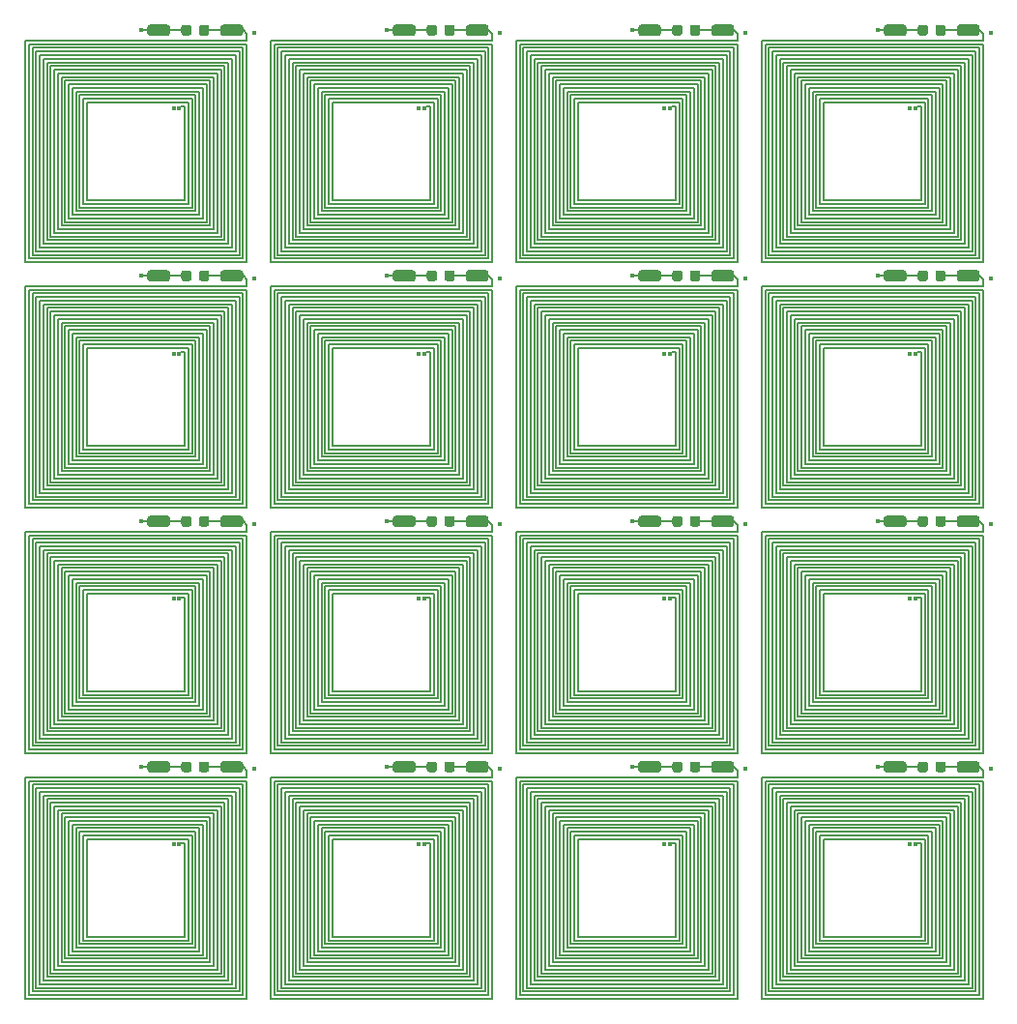
<source format=gbr>
%TF.GenerationSoftware,KiCad,Pcbnew,(5.1.10)-1*%
%TF.CreationDate,2021-11-01T22:44:30-04:00*%
%TF.ProjectId,PCB coil,50434220-636f-4696-9c2e-6b696361645f,rev?*%
%TF.SameCoordinates,Original*%
%TF.FileFunction,Copper,L1,Top*%
%TF.FilePolarity,Positive*%
%FSLAX46Y46*%
G04 Gerber Fmt 4.6, Leading zero omitted, Abs format (unit mm)*
G04 Created by KiCad (PCBNEW (5.1.10)-1) date 2021-11-01 22:44:30*
%MOMM*%
%LPD*%
G01*
G04 APERTURE LIST*
%TA.AperFunction,ViaPad*%
%ADD10C,0.400000*%
%TD*%
%TA.AperFunction,Conductor*%
%ADD11C,0.152000*%
%TD*%
G04 APERTURE END LIST*
%TO.P,REF\u002A\u002A,1*%
%TO.N,N/C*%
%TA.AperFunction,SMDPad,CuDef*%
G36*
G01*
X45750000Y-32900000D02*
X44250000Y-32900000D01*
G75*
G02*
X44000000Y-32650000I0J250000D01*
G01*
X44000000Y-32150000D01*
G75*
G02*
X44250000Y-31900000I250000J0D01*
G01*
X45750000Y-31900000D01*
G75*
G02*
X46000000Y-32150000I0J-250000D01*
G01*
X46000000Y-32650000D01*
G75*
G02*
X45750000Y-32900000I-250000J0D01*
G01*
G37*
%TD.AperFunction*%
%TD*%
%TO.P,REF\u002A\u002A,1*%
%TO.N,N/C*%
%TA.AperFunction,SMDPad,CuDef*%
G36*
G01*
X30650000Y-32900000D02*
X29150000Y-32900000D01*
G75*
G02*
X28900000Y-32650000I0J250000D01*
G01*
X28900000Y-32150000D01*
G75*
G02*
X29150000Y-31900000I250000J0D01*
G01*
X30650000Y-31900000D01*
G75*
G02*
X30900000Y-32150000I0J-250000D01*
G01*
X30900000Y-32650000D01*
G75*
G02*
X30650000Y-32900000I-250000J0D01*
G01*
G37*
%TD.AperFunction*%
%TD*%
%TO.P,REF\u002A\u002A,1*%
%TO.N,N/C*%
%TA.AperFunction,SMDPad,CuDef*%
G36*
G01*
X24250000Y-32900000D02*
X22750000Y-32900000D01*
G75*
G02*
X22500000Y-32650000I0J250000D01*
G01*
X22500000Y-32150000D01*
G75*
G02*
X22750000Y-31900000I250000J0D01*
G01*
X24250000Y-31900000D01*
G75*
G02*
X24500000Y-32150000I0J-250000D01*
G01*
X24500000Y-32650000D01*
G75*
G02*
X24250000Y-32900000I-250000J0D01*
G01*
G37*
%TD.AperFunction*%
%TD*%
%TO.P,REF\u002A\u002A,2*%
%TO.N,N/C*%
%TA.AperFunction,SMDPad,CuDef*%
G36*
G01*
X5525000Y-54150000D02*
X5525000Y-53650000D01*
G75*
G02*
X5750000Y-53425000I225000J0D01*
G01*
X6200000Y-53425000D01*
G75*
G02*
X6425000Y-53650000I0J-225000D01*
G01*
X6425000Y-54150000D01*
G75*
G02*
X6200000Y-54375000I-225000J0D01*
G01*
X5750000Y-54375000D01*
G75*
G02*
X5525000Y-54150000I0J225000D01*
G01*
G37*
%TD.AperFunction*%
%TO.P,REF\u002A\u002A,1*%
%TA.AperFunction,SMDPad,CuDef*%
G36*
G01*
X3975000Y-54150000D02*
X3975000Y-53650000D01*
G75*
G02*
X4200000Y-53425000I225000J0D01*
G01*
X4650000Y-53425000D01*
G75*
G02*
X4875000Y-53650000I0J-225000D01*
G01*
X4875000Y-54150000D01*
G75*
G02*
X4650000Y-54375000I-225000J0D01*
G01*
X4200000Y-54375000D01*
G75*
G02*
X3975000Y-54150000I0J225000D01*
G01*
G37*
%TD.AperFunction*%
%TD*%
%TO.P,REF\u002A\u002A,1*%
%TO.N,N/C*%
%TA.AperFunction,SMDPad,CuDef*%
G36*
G01*
X67250000Y-32900000D02*
X65750000Y-32900000D01*
G75*
G02*
X65500000Y-32650000I0J250000D01*
G01*
X65500000Y-32150000D01*
G75*
G02*
X65750000Y-31900000I250000J0D01*
G01*
X67250000Y-31900000D01*
G75*
G02*
X67500000Y-32150000I0J-250000D01*
G01*
X67500000Y-32650000D01*
G75*
G02*
X67250000Y-32900000I-250000J0D01*
G01*
G37*
%TD.AperFunction*%
%TD*%
%TO.P,REF\u002A\u002A,1*%
%TO.N,N/C*%
%TA.AperFunction,SMDPad,CuDef*%
G36*
G01*
X2750000Y-54400000D02*
X1250000Y-54400000D01*
G75*
G02*
X1000000Y-54150000I0J250000D01*
G01*
X1000000Y-53650000D01*
G75*
G02*
X1250000Y-53400000I250000J0D01*
G01*
X2750000Y-53400000D01*
G75*
G02*
X3000000Y-53650000I0J-250000D01*
G01*
X3000000Y-54150000D01*
G75*
G02*
X2750000Y-54400000I-250000J0D01*
G01*
G37*
%TD.AperFunction*%
%TD*%
%TO.P,REF\u002A\u002A,2*%
%TO.N,N/C*%
%TA.AperFunction,SMDPad,CuDef*%
G36*
G01*
X48525000Y-32650000D02*
X48525000Y-32150000D01*
G75*
G02*
X48750000Y-31925000I225000J0D01*
G01*
X49200000Y-31925000D01*
G75*
G02*
X49425000Y-32150000I0J-225000D01*
G01*
X49425000Y-32650000D01*
G75*
G02*
X49200000Y-32875000I-225000J0D01*
G01*
X48750000Y-32875000D01*
G75*
G02*
X48525000Y-32650000I0J225000D01*
G01*
G37*
%TD.AperFunction*%
%TO.P,REF\u002A\u002A,1*%
%TA.AperFunction,SMDPad,CuDef*%
G36*
G01*
X46975000Y-32650000D02*
X46975000Y-32150000D01*
G75*
G02*
X47200000Y-31925000I225000J0D01*
G01*
X47650000Y-31925000D01*
G75*
G02*
X47875000Y-32150000I0J-225000D01*
G01*
X47875000Y-32650000D01*
G75*
G02*
X47650000Y-32875000I-225000J0D01*
G01*
X47200000Y-32875000D01*
G75*
G02*
X46975000Y-32650000I0J225000D01*
G01*
G37*
%TD.AperFunction*%
%TD*%
%TO.P,REF\u002A\u002A,1*%
%TO.N,N/C*%
%TA.AperFunction,SMDPad,CuDef*%
G36*
G01*
X68475000Y-32650000D02*
X68475000Y-32150000D01*
G75*
G02*
X68700000Y-31925000I225000J0D01*
G01*
X69150000Y-31925000D01*
G75*
G02*
X69375000Y-32150000I0J-225000D01*
G01*
X69375000Y-32650000D01*
G75*
G02*
X69150000Y-32875000I-225000J0D01*
G01*
X68700000Y-32875000D01*
G75*
G02*
X68475000Y-32650000I0J225000D01*
G01*
G37*
%TD.AperFunction*%
%TO.P,REF\u002A\u002A,2*%
%TA.AperFunction,SMDPad,CuDef*%
G36*
G01*
X70025000Y-32650000D02*
X70025000Y-32150000D01*
G75*
G02*
X70250000Y-31925000I225000J0D01*
G01*
X70700000Y-31925000D01*
G75*
G02*
X70925000Y-32150000I0J-225000D01*
G01*
X70925000Y-32650000D01*
G75*
G02*
X70700000Y-32875000I-225000J0D01*
G01*
X70250000Y-32875000D01*
G75*
G02*
X70025000Y-32650000I0J225000D01*
G01*
G37*
%TD.AperFunction*%
%TD*%
%TO.P,REF\u002A\u002A,1*%
%TO.N,N/C*%
%TA.AperFunction,SMDPad,CuDef*%
G36*
G01*
X25475000Y-54150000D02*
X25475000Y-53650000D01*
G75*
G02*
X25700000Y-53425000I225000J0D01*
G01*
X26150000Y-53425000D01*
G75*
G02*
X26375000Y-53650000I0J-225000D01*
G01*
X26375000Y-54150000D01*
G75*
G02*
X26150000Y-54375000I-225000J0D01*
G01*
X25700000Y-54375000D01*
G75*
G02*
X25475000Y-54150000I0J225000D01*
G01*
G37*
%TD.AperFunction*%
%TO.P,REF\u002A\u002A,2*%
%TA.AperFunction,SMDPad,CuDef*%
G36*
G01*
X27025000Y-54150000D02*
X27025000Y-53650000D01*
G75*
G02*
X27250000Y-53425000I225000J0D01*
G01*
X27700000Y-53425000D01*
G75*
G02*
X27925000Y-53650000I0J-225000D01*
G01*
X27925000Y-54150000D01*
G75*
G02*
X27700000Y-54375000I-225000J0D01*
G01*
X27250000Y-54375000D01*
G75*
G02*
X27025000Y-54150000I0J225000D01*
G01*
G37*
%TD.AperFunction*%
%TD*%
%TO.P,REF\u002A\u002A,1*%
%TO.N,N/C*%
%TA.AperFunction,SMDPad,CuDef*%
G36*
G01*
X73650000Y-32900000D02*
X72150000Y-32900000D01*
G75*
G02*
X71900000Y-32650000I0J250000D01*
G01*
X71900000Y-32150000D01*
G75*
G02*
X72150000Y-31900000I250000J0D01*
G01*
X73650000Y-31900000D01*
G75*
G02*
X73900000Y-32150000I0J-250000D01*
G01*
X73900000Y-32650000D01*
G75*
G02*
X73650000Y-32900000I-250000J0D01*
G01*
G37*
%TD.AperFunction*%
%TD*%
%TO.P,REF\u002A\u002A,1*%
%TO.N,N/C*%
%TA.AperFunction,SMDPad,CuDef*%
G36*
G01*
X52150000Y-32900000D02*
X50650000Y-32900000D01*
G75*
G02*
X50400000Y-32650000I0J250000D01*
G01*
X50400000Y-32150000D01*
G75*
G02*
X50650000Y-31900000I250000J0D01*
G01*
X52150000Y-31900000D01*
G75*
G02*
X52400000Y-32150000I0J-250000D01*
G01*
X52400000Y-32650000D01*
G75*
G02*
X52150000Y-32900000I-250000J0D01*
G01*
G37*
%TD.AperFunction*%
%TD*%
%TO.P,REF\u002A\u002A,1*%
%TO.N,N/C*%
%TA.AperFunction,SMDPad,CuDef*%
G36*
G01*
X67250000Y-54400000D02*
X65750000Y-54400000D01*
G75*
G02*
X65500000Y-54150000I0J250000D01*
G01*
X65500000Y-53650000D01*
G75*
G02*
X65750000Y-53400000I250000J0D01*
G01*
X67250000Y-53400000D01*
G75*
G02*
X67500000Y-53650000I0J-250000D01*
G01*
X67500000Y-54150000D01*
G75*
G02*
X67250000Y-54400000I-250000J0D01*
G01*
G37*
%TD.AperFunction*%
%TD*%
%TO.P,REF\u002A\u002A,1*%
%TO.N,N/C*%
%TA.AperFunction,SMDPad,CuDef*%
G36*
G01*
X73650000Y-54400000D02*
X72150000Y-54400000D01*
G75*
G02*
X71900000Y-54150000I0J250000D01*
G01*
X71900000Y-53650000D01*
G75*
G02*
X72150000Y-53400000I250000J0D01*
G01*
X73650000Y-53400000D01*
G75*
G02*
X73900000Y-53650000I0J-250000D01*
G01*
X73900000Y-54150000D01*
G75*
G02*
X73650000Y-54400000I-250000J0D01*
G01*
G37*
%TD.AperFunction*%
%TD*%
%TO.P,REF\u002A\u002A,1*%
%TO.N,N/C*%
%TA.AperFunction,SMDPad,CuDef*%
G36*
G01*
X30650000Y-54400000D02*
X29150000Y-54400000D01*
G75*
G02*
X28900000Y-54150000I0J250000D01*
G01*
X28900000Y-53650000D01*
G75*
G02*
X29150000Y-53400000I250000J0D01*
G01*
X30650000Y-53400000D01*
G75*
G02*
X30900000Y-53650000I0J-250000D01*
G01*
X30900000Y-54150000D01*
G75*
G02*
X30650000Y-54400000I-250000J0D01*
G01*
G37*
%TD.AperFunction*%
%TD*%
%TO.P,REF\u002A\u002A,1*%
%TO.N,N/C*%
%TA.AperFunction,SMDPad,CuDef*%
G36*
G01*
X46975000Y-54150000D02*
X46975000Y-53650000D01*
G75*
G02*
X47200000Y-53425000I225000J0D01*
G01*
X47650000Y-53425000D01*
G75*
G02*
X47875000Y-53650000I0J-225000D01*
G01*
X47875000Y-54150000D01*
G75*
G02*
X47650000Y-54375000I-225000J0D01*
G01*
X47200000Y-54375000D01*
G75*
G02*
X46975000Y-54150000I0J225000D01*
G01*
G37*
%TD.AperFunction*%
%TO.P,REF\u002A\u002A,2*%
%TA.AperFunction,SMDPad,CuDef*%
G36*
G01*
X48525000Y-54150000D02*
X48525000Y-53650000D01*
G75*
G02*
X48750000Y-53425000I225000J0D01*
G01*
X49200000Y-53425000D01*
G75*
G02*
X49425000Y-53650000I0J-225000D01*
G01*
X49425000Y-54150000D01*
G75*
G02*
X49200000Y-54375000I-225000J0D01*
G01*
X48750000Y-54375000D01*
G75*
G02*
X48525000Y-54150000I0J225000D01*
G01*
G37*
%TD.AperFunction*%
%TD*%
%TO.P,REF\u002A\u002A,1*%
%TO.N,N/C*%
%TA.AperFunction,SMDPad,CuDef*%
G36*
G01*
X24250000Y-54400000D02*
X22750000Y-54400000D01*
G75*
G02*
X22500000Y-54150000I0J250000D01*
G01*
X22500000Y-53650000D01*
G75*
G02*
X22750000Y-53400000I250000J0D01*
G01*
X24250000Y-53400000D01*
G75*
G02*
X24500000Y-53650000I0J-250000D01*
G01*
X24500000Y-54150000D01*
G75*
G02*
X24250000Y-54400000I-250000J0D01*
G01*
G37*
%TD.AperFunction*%
%TD*%
%TO.P,REF\u002A\u002A,2*%
%TO.N,N/C*%
%TA.AperFunction,SMDPad,CuDef*%
G36*
G01*
X70025000Y-54150000D02*
X70025000Y-53650000D01*
G75*
G02*
X70250000Y-53425000I225000J0D01*
G01*
X70700000Y-53425000D01*
G75*
G02*
X70925000Y-53650000I0J-225000D01*
G01*
X70925000Y-54150000D01*
G75*
G02*
X70700000Y-54375000I-225000J0D01*
G01*
X70250000Y-54375000D01*
G75*
G02*
X70025000Y-54150000I0J225000D01*
G01*
G37*
%TD.AperFunction*%
%TO.P,REF\u002A\u002A,1*%
%TA.AperFunction,SMDPad,CuDef*%
G36*
G01*
X68475000Y-54150000D02*
X68475000Y-53650000D01*
G75*
G02*
X68700000Y-53425000I225000J0D01*
G01*
X69150000Y-53425000D01*
G75*
G02*
X69375000Y-53650000I0J-225000D01*
G01*
X69375000Y-54150000D01*
G75*
G02*
X69150000Y-54375000I-225000J0D01*
G01*
X68700000Y-54375000D01*
G75*
G02*
X68475000Y-54150000I0J225000D01*
G01*
G37*
%TD.AperFunction*%
%TD*%
%TO.P,REF\u002A\u002A,1*%
%TO.N,N/C*%
%TA.AperFunction,SMDPad,CuDef*%
G36*
G01*
X45750000Y-54400000D02*
X44250000Y-54400000D01*
G75*
G02*
X44000000Y-54150000I0J250000D01*
G01*
X44000000Y-53650000D01*
G75*
G02*
X44250000Y-53400000I250000J0D01*
G01*
X45750000Y-53400000D01*
G75*
G02*
X46000000Y-53650000I0J-250000D01*
G01*
X46000000Y-54150000D01*
G75*
G02*
X45750000Y-54400000I-250000J0D01*
G01*
G37*
%TD.AperFunction*%
%TD*%
%TO.P,REF\u002A\u002A,1*%
%TO.N,N/C*%
%TA.AperFunction,SMDPad,CuDef*%
G36*
G01*
X52150000Y-54400000D02*
X50650000Y-54400000D01*
G75*
G02*
X50400000Y-54150000I0J250000D01*
G01*
X50400000Y-53650000D01*
G75*
G02*
X50650000Y-53400000I250000J0D01*
G01*
X52150000Y-53400000D01*
G75*
G02*
X52400000Y-53650000I0J-250000D01*
G01*
X52400000Y-54150000D01*
G75*
G02*
X52150000Y-54400000I-250000J0D01*
G01*
G37*
%TD.AperFunction*%
%TD*%
%TO.P,REF\u002A\u002A,1*%
%TO.N,N/C*%
%TA.AperFunction,SMDPad,CuDef*%
G36*
G01*
X9150000Y-54400000D02*
X7650000Y-54400000D01*
G75*
G02*
X7400000Y-54150000I0J250000D01*
G01*
X7400000Y-53650000D01*
G75*
G02*
X7650000Y-53400000I250000J0D01*
G01*
X9150000Y-53400000D01*
G75*
G02*
X9400000Y-53650000I0J-250000D01*
G01*
X9400000Y-54150000D01*
G75*
G02*
X9150000Y-54400000I-250000J0D01*
G01*
G37*
%TD.AperFunction*%
%TD*%
%TO.P,REF\u002A\u002A,1*%
%TO.N,N/C*%
%TA.AperFunction,SMDPad,CuDef*%
G36*
G01*
X9150000Y-32900000D02*
X7650000Y-32900000D01*
G75*
G02*
X7400000Y-32650000I0J250000D01*
G01*
X7400000Y-32150000D01*
G75*
G02*
X7650000Y-31900000I250000J0D01*
G01*
X9150000Y-31900000D01*
G75*
G02*
X9400000Y-32150000I0J-250000D01*
G01*
X9400000Y-32650000D01*
G75*
G02*
X9150000Y-32900000I-250000J0D01*
G01*
G37*
%TD.AperFunction*%
%TD*%
%TO.P,REF\u002A\u002A,1*%
%TO.N,N/C*%
%TA.AperFunction,SMDPad,CuDef*%
G36*
G01*
X2750000Y-32900000D02*
X1250000Y-32900000D01*
G75*
G02*
X1000000Y-32650000I0J250000D01*
G01*
X1000000Y-32150000D01*
G75*
G02*
X1250000Y-31900000I250000J0D01*
G01*
X2750000Y-31900000D01*
G75*
G02*
X3000000Y-32150000I0J-250000D01*
G01*
X3000000Y-32650000D01*
G75*
G02*
X2750000Y-32900000I-250000J0D01*
G01*
G37*
%TD.AperFunction*%
%TD*%
%TO.P,REF\u002A\u002A,1*%
%TO.N,N/C*%
%TA.AperFunction,SMDPad,CuDef*%
G36*
G01*
X3975000Y-32650000D02*
X3975000Y-32150000D01*
G75*
G02*
X4200000Y-31925000I225000J0D01*
G01*
X4650000Y-31925000D01*
G75*
G02*
X4875000Y-32150000I0J-225000D01*
G01*
X4875000Y-32650000D01*
G75*
G02*
X4650000Y-32875000I-225000J0D01*
G01*
X4200000Y-32875000D01*
G75*
G02*
X3975000Y-32650000I0J225000D01*
G01*
G37*
%TD.AperFunction*%
%TO.P,REF\u002A\u002A,2*%
%TA.AperFunction,SMDPad,CuDef*%
G36*
G01*
X5525000Y-32650000D02*
X5525000Y-32150000D01*
G75*
G02*
X5750000Y-31925000I225000J0D01*
G01*
X6200000Y-31925000D01*
G75*
G02*
X6425000Y-32150000I0J-225000D01*
G01*
X6425000Y-32650000D01*
G75*
G02*
X6200000Y-32875000I-225000J0D01*
G01*
X5750000Y-32875000D01*
G75*
G02*
X5525000Y-32650000I0J225000D01*
G01*
G37*
%TD.AperFunction*%
%TD*%
%TO.P,REF\u002A\u002A,2*%
%TO.N,N/C*%
%TA.AperFunction,SMDPad,CuDef*%
G36*
G01*
X27025000Y-32650000D02*
X27025000Y-32150000D01*
G75*
G02*
X27250000Y-31925000I225000J0D01*
G01*
X27700000Y-31925000D01*
G75*
G02*
X27925000Y-32150000I0J-225000D01*
G01*
X27925000Y-32650000D01*
G75*
G02*
X27700000Y-32875000I-225000J0D01*
G01*
X27250000Y-32875000D01*
G75*
G02*
X27025000Y-32650000I0J225000D01*
G01*
G37*
%TD.AperFunction*%
%TO.P,REF\u002A\u002A,1*%
%TA.AperFunction,SMDPad,CuDef*%
G36*
G01*
X25475000Y-32650000D02*
X25475000Y-32150000D01*
G75*
G02*
X25700000Y-31925000I225000J0D01*
G01*
X26150000Y-31925000D01*
G75*
G02*
X26375000Y-32150000I0J-225000D01*
G01*
X26375000Y-32650000D01*
G75*
G02*
X26150000Y-32875000I-225000J0D01*
G01*
X25700000Y-32875000D01*
G75*
G02*
X25475000Y-32650000I0J225000D01*
G01*
G37*
%TD.AperFunction*%
%TD*%
%TO.P,REF\u002A\u002A,1*%
%TO.N,N/C*%
%TA.AperFunction,SMDPad,CuDef*%
G36*
G01*
X45750000Y-11400000D02*
X44250000Y-11400000D01*
G75*
G02*
X44000000Y-11150000I0J250000D01*
G01*
X44000000Y-10650000D01*
G75*
G02*
X44250000Y-10400000I250000J0D01*
G01*
X45750000Y-10400000D01*
G75*
G02*
X46000000Y-10650000I0J-250000D01*
G01*
X46000000Y-11150000D01*
G75*
G02*
X45750000Y-11400000I-250000J0D01*
G01*
G37*
%TD.AperFunction*%
%TD*%
%TO.P,REF\u002A\u002A,1*%
%TO.N,N/C*%
%TA.AperFunction,SMDPad,CuDef*%
G36*
G01*
X30650000Y-11400000D02*
X29150000Y-11400000D01*
G75*
G02*
X28900000Y-11150000I0J250000D01*
G01*
X28900000Y-10650000D01*
G75*
G02*
X29150000Y-10400000I250000J0D01*
G01*
X30650000Y-10400000D01*
G75*
G02*
X30900000Y-10650000I0J-250000D01*
G01*
X30900000Y-11150000D01*
G75*
G02*
X30650000Y-11400000I-250000J0D01*
G01*
G37*
%TD.AperFunction*%
%TD*%
%TO.P,REF\u002A\u002A,1*%
%TO.N,N/C*%
%TA.AperFunction,SMDPad,CuDef*%
G36*
G01*
X24250000Y-11400000D02*
X22750000Y-11400000D01*
G75*
G02*
X22500000Y-11150000I0J250000D01*
G01*
X22500000Y-10650000D01*
G75*
G02*
X22750000Y-10400000I250000J0D01*
G01*
X24250000Y-10400000D01*
G75*
G02*
X24500000Y-10650000I0J-250000D01*
G01*
X24500000Y-11150000D01*
G75*
G02*
X24250000Y-11400000I-250000J0D01*
G01*
G37*
%TD.AperFunction*%
%TD*%
%TO.P,REF\u002A\u002A,1*%
%TO.N,N/C*%
%TA.AperFunction,SMDPad,CuDef*%
G36*
G01*
X67250000Y-11400000D02*
X65750000Y-11400000D01*
G75*
G02*
X65500000Y-11150000I0J250000D01*
G01*
X65500000Y-10650000D01*
G75*
G02*
X65750000Y-10400000I250000J0D01*
G01*
X67250000Y-10400000D01*
G75*
G02*
X67500000Y-10650000I0J-250000D01*
G01*
X67500000Y-11150000D01*
G75*
G02*
X67250000Y-11400000I-250000J0D01*
G01*
G37*
%TD.AperFunction*%
%TD*%
%TO.P,REF\u002A\u002A,2*%
%TO.N,N/C*%
%TA.AperFunction,SMDPad,CuDef*%
G36*
G01*
X48525000Y-11150000D02*
X48525000Y-10650000D01*
G75*
G02*
X48750000Y-10425000I225000J0D01*
G01*
X49200000Y-10425000D01*
G75*
G02*
X49425000Y-10650000I0J-225000D01*
G01*
X49425000Y-11150000D01*
G75*
G02*
X49200000Y-11375000I-225000J0D01*
G01*
X48750000Y-11375000D01*
G75*
G02*
X48525000Y-11150000I0J225000D01*
G01*
G37*
%TD.AperFunction*%
%TO.P,REF\u002A\u002A,1*%
%TA.AperFunction,SMDPad,CuDef*%
G36*
G01*
X46975000Y-11150000D02*
X46975000Y-10650000D01*
G75*
G02*
X47200000Y-10425000I225000J0D01*
G01*
X47650000Y-10425000D01*
G75*
G02*
X47875000Y-10650000I0J-225000D01*
G01*
X47875000Y-11150000D01*
G75*
G02*
X47650000Y-11375000I-225000J0D01*
G01*
X47200000Y-11375000D01*
G75*
G02*
X46975000Y-11150000I0J225000D01*
G01*
G37*
%TD.AperFunction*%
%TD*%
%TO.P,REF\u002A\u002A,1*%
%TO.N,N/C*%
%TA.AperFunction,SMDPad,CuDef*%
G36*
G01*
X68475000Y-11150000D02*
X68475000Y-10650000D01*
G75*
G02*
X68700000Y-10425000I225000J0D01*
G01*
X69150000Y-10425000D01*
G75*
G02*
X69375000Y-10650000I0J-225000D01*
G01*
X69375000Y-11150000D01*
G75*
G02*
X69150000Y-11375000I-225000J0D01*
G01*
X68700000Y-11375000D01*
G75*
G02*
X68475000Y-11150000I0J225000D01*
G01*
G37*
%TD.AperFunction*%
%TO.P,REF\u002A\u002A,2*%
%TA.AperFunction,SMDPad,CuDef*%
G36*
G01*
X70025000Y-11150000D02*
X70025000Y-10650000D01*
G75*
G02*
X70250000Y-10425000I225000J0D01*
G01*
X70700000Y-10425000D01*
G75*
G02*
X70925000Y-10650000I0J-225000D01*
G01*
X70925000Y-11150000D01*
G75*
G02*
X70700000Y-11375000I-225000J0D01*
G01*
X70250000Y-11375000D01*
G75*
G02*
X70025000Y-11150000I0J225000D01*
G01*
G37*
%TD.AperFunction*%
%TD*%
%TO.P,REF\u002A\u002A,1*%
%TO.N,N/C*%
%TA.AperFunction,SMDPad,CuDef*%
G36*
G01*
X73650000Y-11400000D02*
X72150000Y-11400000D01*
G75*
G02*
X71900000Y-11150000I0J250000D01*
G01*
X71900000Y-10650000D01*
G75*
G02*
X72150000Y-10400000I250000J0D01*
G01*
X73650000Y-10400000D01*
G75*
G02*
X73900000Y-10650000I0J-250000D01*
G01*
X73900000Y-11150000D01*
G75*
G02*
X73650000Y-11400000I-250000J0D01*
G01*
G37*
%TD.AperFunction*%
%TD*%
%TO.P,REF\u002A\u002A,1*%
%TO.N,N/C*%
%TA.AperFunction,SMDPad,CuDef*%
G36*
G01*
X52150000Y-11400000D02*
X50650000Y-11400000D01*
G75*
G02*
X50400000Y-11150000I0J250000D01*
G01*
X50400000Y-10650000D01*
G75*
G02*
X50650000Y-10400000I250000J0D01*
G01*
X52150000Y-10400000D01*
G75*
G02*
X52400000Y-10650000I0J-250000D01*
G01*
X52400000Y-11150000D01*
G75*
G02*
X52150000Y-11400000I-250000J0D01*
G01*
G37*
%TD.AperFunction*%
%TD*%
%TO.P,REF\u002A\u002A,1*%
%TO.N,N/C*%
%TA.AperFunction,SMDPad,CuDef*%
G36*
G01*
X9150000Y-11400000D02*
X7650000Y-11400000D01*
G75*
G02*
X7400000Y-11150000I0J250000D01*
G01*
X7400000Y-10650000D01*
G75*
G02*
X7650000Y-10400000I250000J0D01*
G01*
X9150000Y-10400000D01*
G75*
G02*
X9400000Y-10650000I0J-250000D01*
G01*
X9400000Y-11150000D01*
G75*
G02*
X9150000Y-11400000I-250000J0D01*
G01*
G37*
%TD.AperFunction*%
%TD*%
%TO.P,REF\u002A\u002A,1*%
%TO.N,N/C*%
%TA.AperFunction,SMDPad,CuDef*%
G36*
G01*
X2750000Y-11400000D02*
X1250000Y-11400000D01*
G75*
G02*
X1000000Y-11150000I0J250000D01*
G01*
X1000000Y-10650000D01*
G75*
G02*
X1250000Y-10400000I250000J0D01*
G01*
X2750000Y-10400000D01*
G75*
G02*
X3000000Y-10650000I0J-250000D01*
G01*
X3000000Y-11150000D01*
G75*
G02*
X2750000Y-11400000I-250000J0D01*
G01*
G37*
%TD.AperFunction*%
%TD*%
%TO.P,REF\u002A\u002A,1*%
%TO.N,N/C*%
%TA.AperFunction,SMDPad,CuDef*%
G36*
G01*
X3975000Y-11150000D02*
X3975000Y-10650000D01*
G75*
G02*
X4200000Y-10425000I225000J0D01*
G01*
X4650000Y-10425000D01*
G75*
G02*
X4875000Y-10650000I0J-225000D01*
G01*
X4875000Y-11150000D01*
G75*
G02*
X4650000Y-11375000I-225000J0D01*
G01*
X4200000Y-11375000D01*
G75*
G02*
X3975000Y-11150000I0J225000D01*
G01*
G37*
%TD.AperFunction*%
%TO.P,REF\u002A\u002A,2*%
%TA.AperFunction,SMDPad,CuDef*%
G36*
G01*
X5525000Y-11150000D02*
X5525000Y-10650000D01*
G75*
G02*
X5750000Y-10425000I225000J0D01*
G01*
X6200000Y-10425000D01*
G75*
G02*
X6425000Y-10650000I0J-225000D01*
G01*
X6425000Y-11150000D01*
G75*
G02*
X6200000Y-11375000I-225000J0D01*
G01*
X5750000Y-11375000D01*
G75*
G02*
X5525000Y-11150000I0J225000D01*
G01*
G37*
%TD.AperFunction*%
%TD*%
%TO.P,REF\u002A\u002A,2*%
%TO.N,N/C*%
%TA.AperFunction,SMDPad,CuDef*%
G36*
G01*
X27025000Y-11150000D02*
X27025000Y-10650000D01*
G75*
G02*
X27250000Y-10425000I225000J0D01*
G01*
X27700000Y-10425000D01*
G75*
G02*
X27925000Y-10650000I0J-225000D01*
G01*
X27925000Y-11150000D01*
G75*
G02*
X27700000Y-11375000I-225000J0D01*
G01*
X27250000Y-11375000D01*
G75*
G02*
X27025000Y-11150000I0J225000D01*
G01*
G37*
%TD.AperFunction*%
%TO.P,REF\u002A\u002A,1*%
%TA.AperFunction,SMDPad,CuDef*%
G36*
G01*
X25475000Y-11150000D02*
X25475000Y-10650000D01*
G75*
G02*
X25700000Y-10425000I225000J0D01*
G01*
X26150000Y-10425000D01*
G75*
G02*
X26375000Y-10650000I0J-225000D01*
G01*
X26375000Y-11150000D01*
G75*
G02*
X26150000Y-11375000I-225000J0D01*
G01*
X25700000Y-11375000D01*
G75*
G02*
X25475000Y-11150000I0J225000D01*
G01*
G37*
%TD.AperFunction*%
%TD*%
%TO.P,REF\u002A\u002A,1*%
%TO.N,N/C*%
%TA.AperFunction,SMDPad,CuDef*%
G36*
G01*
X73650000Y10100000D02*
X72150000Y10100000D01*
G75*
G02*
X71900000Y10350000I0J250000D01*
G01*
X71900000Y10850000D01*
G75*
G02*
X72150000Y11100000I250000J0D01*
G01*
X73650000Y11100000D01*
G75*
G02*
X73900000Y10850000I0J-250000D01*
G01*
X73900000Y10350000D01*
G75*
G02*
X73650000Y10100000I-250000J0D01*
G01*
G37*
%TD.AperFunction*%
%TD*%
%TO.P,REF\u002A\u002A,1*%
%TO.N,N/C*%
%TA.AperFunction,SMDPad,CuDef*%
G36*
G01*
X67250000Y10100000D02*
X65750000Y10100000D01*
G75*
G02*
X65500000Y10350000I0J250000D01*
G01*
X65500000Y10850000D01*
G75*
G02*
X65750000Y11100000I250000J0D01*
G01*
X67250000Y11100000D01*
G75*
G02*
X67500000Y10850000I0J-250000D01*
G01*
X67500000Y10350000D01*
G75*
G02*
X67250000Y10100000I-250000J0D01*
G01*
G37*
%TD.AperFunction*%
%TD*%
%TO.P,REF\u002A\u002A,1*%
%TO.N,N/C*%
%TA.AperFunction,SMDPad,CuDef*%
G36*
G01*
X52150000Y10100000D02*
X50650000Y10100000D01*
G75*
G02*
X50400000Y10350000I0J250000D01*
G01*
X50400000Y10850000D01*
G75*
G02*
X50650000Y11100000I250000J0D01*
G01*
X52150000Y11100000D01*
G75*
G02*
X52400000Y10850000I0J-250000D01*
G01*
X52400000Y10350000D01*
G75*
G02*
X52150000Y10100000I-250000J0D01*
G01*
G37*
%TD.AperFunction*%
%TD*%
%TO.P,REF\u002A\u002A,1*%
%TO.N,N/C*%
%TA.AperFunction,SMDPad,CuDef*%
G36*
G01*
X45750000Y10100000D02*
X44250000Y10100000D01*
G75*
G02*
X44000000Y10350000I0J250000D01*
G01*
X44000000Y10850000D01*
G75*
G02*
X44250000Y11100000I250000J0D01*
G01*
X45750000Y11100000D01*
G75*
G02*
X46000000Y10850000I0J-250000D01*
G01*
X46000000Y10350000D01*
G75*
G02*
X45750000Y10100000I-250000J0D01*
G01*
G37*
%TD.AperFunction*%
%TD*%
%TO.P,REF\u002A\u002A,1*%
%TO.N,N/C*%
%TA.AperFunction,SMDPad,CuDef*%
G36*
G01*
X46975000Y10350000D02*
X46975000Y10850000D01*
G75*
G02*
X47200000Y11075000I225000J0D01*
G01*
X47650000Y11075000D01*
G75*
G02*
X47875000Y10850000I0J-225000D01*
G01*
X47875000Y10350000D01*
G75*
G02*
X47650000Y10125000I-225000J0D01*
G01*
X47200000Y10125000D01*
G75*
G02*
X46975000Y10350000I0J225000D01*
G01*
G37*
%TD.AperFunction*%
%TO.P,REF\u002A\u002A,2*%
%TA.AperFunction,SMDPad,CuDef*%
G36*
G01*
X48525000Y10350000D02*
X48525000Y10850000D01*
G75*
G02*
X48750000Y11075000I225000J0D01*
G01*
X49200000Y11075000D01*
G75*
G02*
X49425000Y10850000I0J-225000D01*
G01*
X49425000Y10350000D01*
G75*
G02*
X49200000Y10125000I-225000J0D01*
G01*
X48750000Y10125000D01*
G75*
G02*
X48525000Y10350000I0J225000D01*
G01*
G37*
%TD.AperFunction*%
%TD*%
%TO.P,REF\u002A\u002A,2*%
%TO.N,N/C*%
%TA.AperFunction,SMDPad,CuDef*%
G36*
G01*
X70025000Y10350000D02*
X70025000Y10850000D01*
G75*
G02*
X70250000Y11075000I225000J0D01*
G01*
X70700000Y11075000D01*
G75*
G02*
X70925000Y10850000I0J-225000D01*
G01*
X70925000Y10350000D01*
G75*
G02*
X70700000Y10125000I-225000J0D01*
G01*
X70250000Y10125000D01*
G75*
G02*
X70025000Y10350000I0J225000D01*
G01*
G37*
%TD.AperFunction*%
%TO.P,REF\u002A\u002A,1*%
%TA.AperFunction,SMDPad,CuDef*%
G36*
G01*
X68475000Y10350000D02*
X68475000Y10850000D01*
G75*
G02*
X68700000Y11075000I225000J0D01*
G01*
X69150000Y11075000D01*
G75*
G02*
X69375000Y10850000I0J-225000D01*
G01*
X69375000Y10350000D01*
G75*
G02*
X69150000Y10125000I-225000J0D01*
G01*
X68700000Y10125000D01*
G75*
G02*
X68475000Y10350000I0J225000D01*
G01*
G37*
%TD.AperFunction*%
%TD*%
%TO.P,REF\u002A\u002A,1*%
%TO.N,N/C*%
%TA.AperFunction,SMDPad,CuDef*%
G36*
G01*
X30650000Y10100000D02*
X29150000Y10100000D01*
G75*
G02*
X28900000Y10350000I0J250000D01*
G01*
X28900000Y10850000D01*
G75*
G02*
X29150000Y11100000I250000J0D01*
G01*
X30650000Y11100000D01*
G75*
G02*
X30900000Y10850000I0J-250000D01*
G01*
X30900000Y10350000D01*
G75*
G02*
X30650000Y10100000I-250000J0D01*
G01*
G37*
%TD.AperFunction*%
%TD*%
%TO.P,REF\u002A\u002A,1*%
%TO.N,N/C*%
%TA.AperFunction,SMDPad,CuDef*%
G36*
G01*
X24250000Y10100000D02*
X22750000Y10100000D01*
G75*
G02*
X22500000Y10350000I0J250000D01*
G01*
X22500000Y10850000D01*
G75*
G02*
X22750000Y11100000I250000J0D01*
G01*
X24250000Y11100000D01*
G75*
G02*
X24500000Y10850000I0J-250000D01*
G01*
X24500000Y10350000D01*
G75*
G02*
X24250000Y10100000I-250000J0D01*
G01*
G37*
%TD.AperFunction*%
%TD*%
%TO.P,REF\u002A\u002A,1*%
%TO.N,N/C*%
%TA.AperFunction,SMDPad,CuDef*%
G36*
G01*
X25475000Y10350000D02*
X25475000Y10850000D01*
G75*
G02*
X25700000Y11075000I225000J0D01*
G01*
X26150000Y11075000D01*
G75*
G02*
X26375000Y10850000I0J-225000D01*
G01*
X26375000Y10350000D01*
G75*
G02*
X26150000Y10125000I-225000J0D01*
G01*
X25700000Y10125000D01*
G75*
G02*
X25475000Y10350000I0J225000D01*
G01*
G37*
%TD.AperFunction*%
%TO.P,REF\u002A\u002A,2*%
%TA.AperFunction,SMDPad,CuDef*%
G36*
G01*
X27025000Y10350000D02*
X27025000Y10850000D01*
G75*
G02*
X27250000Y11075000I225000J0D01*
G01*
X27700000Y11075000D01*
G75*
G02*
X27925000Y10850000I0J-225000D01*
G01*
X27925000Y10350000D01*
G75*
G02*
X27700000Y10125000I-225000J0D01*
G01*
X27250000Y10125000D01*
G75*
G02*
X27025000Y10350000I0J225000D01*
G01*
G37*
%TD.AperFunction*%
%TD*%
%TO.P,REF\u002A\u002A,2*%
%TO.N,N/C*%
%TA.AperFunction,SMDPad,CuDef*%
G36*
G01*
X5525000Y10350000D02*
X5525000Y10850000D01*
G75*
G02*
X5750000Y11075000I225000J0D01*
G01*
X6200000Y11075000D01*
G75*
G02*
X6425000Y10850000I0J-225000D01*
G01*
X6425000Y10350000D01*
G75*
G02*
X6200000Y10125000I-225000J0D01*
G01*
X5750000Y10125000D01*
G75*
G02*
X5525000Y10350000I0J225000D01*
G01*
G37*
%TD.AperFunction*%
%TO.P,REF\u002A\u002A,1*%
%TA.AperFunction,SMDPad,CuDef*%
G36*
G01*
X3975000Y10350000D02*
X3975000Y10850000D01*
G75*
G02*
X4200000Y11075000I225000J0D01*
G01*
X4650000Y11075000D01*
G75*
G02*
X4875000Y10850000I0J-225000D01*
G01*
X4875000Y10350000D01*
G75*
G02*
X4650000Y10125000I-225000J0D01*
G01*
X4200000Y10125000D01*
G75*
G02*
X3975000Y10350000I0J225000D01*
G01*
G37*
%TD.AperFunction*%
%TD*%
%TO.P,REF\u002A\u002A,1*%
%TO.N,N/C*%
%TA.AperFunction,SMDPad,CuDef*%
G36*
G01*
X2750000Y10100000D02*
X1250000Y10100000D01*
G75*
G02*
X1000000Y10350000I0J250000D01*
G01*
X1000000Y10850000D01*
G75*
G02*
X1250000Y11100000I250000J0D01*
G01*
X2750000Y11100000D01*
G75*
G02*
X3000000Y10850000I0J-250000D01*
G01*
X3000000Y10350000D01*
G75*
G02*
X2750000Y10100000I-250000J0D01*
G01*
G37*
%TD.AperFunction*%
%TD*%
%TO.P,REF\u002A\u002A,1*%
%TO.N,N/C*%
%TA.AperFunction,SMDPad,CuDef*%
G36*
G01*
X9150000Y10100000D02*
X7650000Y10100000D01*
G75*
G02*
X7400000Y10350000I0J250000D01*
G01*
X7400000Y10850000D01*
G75*
G02*
X7650000Y11100000I250000J0D01*
G01*
X9150000Y11100000D01*
G75*
G02*
X9400000Y10850000I0J-250000D01*
G01*
X9400000Y10350000D01*
G75*
G02*
X9150000Y10100000I-250000J0D01*
G01*
G37*
%TD.AperFunction*%
%TD*%
D10*
%TO.N,*%
X3300000Y3800000D03*
X10400000Y10400000D03*
X3800000Y3800000D03*
X500000Y10600000D03*
X24800000Y3800000D03*
X31900000Y10400000D03*
X22000000Y10600000D03*
X25300000Y3800000D03*
X74900000Y10400000D03*
X67800000Y3800000D03*
X68300000Y3800000D03*
X65000000Y10600000D03*
X46300000Y3800000D03*
X53400000Y10400000D03*
X43500000Y10600000D03*
X46800000Y3800000D03*
X68300000Y-17700000D03*
X31900000Y-11100000D03*
X74900000Y-11100000D03*
X67800000Y-17700000D03*
X65000000Y-10900000D03*
X46300000Y-17700000D03*
X24800000Y-17700000D03*
X46800000Y-17700000D03*
X25300000Y-17700000D03*
X22000000Y-10900000D03*
X43500000Y-10900000D03*
X53400000Y-11100000D03*
X3300000Y-17700000D03*
X10400000Y-11100000D03*
X500000Y-10900000D03*
X3800000Y-17700000D03*
X68300000Y-39200000D03*
X31900000Y-32600000D03*
X74900000Y-32600000D03*
X67800000Y-39200000D03*
X31900000Y-54100000D03*
X74900000Y-54100000D03*
X65000000Y-32400000D03*
X10400000Y-54100000D03*
X65000000Y-53900000D03*
X46300000Y-39200000D03*
X46300000Y-60700000D03*
X53400000Y-54100000D03*
X3300000Y-60700000D03*
X3800000Y-60700000D03*
X24800000Y-39200000D03*
X46800000Y-39200000D03*
X67800000Y-60700000D03*
X46800000Y-60700000D03*
X22000000Y-53900000D03*
X500000Y-53900000D03*
X25300000Y-39200000D03*
X22000000Y-32400000D03*
X25300000Y-60700000D03*
X43500000Y-32400000D03*
X53400000Y-32600000D03*
X68300000Y-60700000D03*
X24800000Y-60700000D03*
X43500000Y-53900000D03*
X3300000Y-39200000D03*
X10400000Y-32600000D03*
X500000Y-32400000D03*
X3800000Y-39200000D03*
%TD*%
D11*
%TO.N,*%
X8743176Y-8743176D02*
X8743176Y8424235D01*
X8743176Y8424235D02*
X-8424235Y8424235D01*
X-8424235Y8424235D02*
X-8424235Y-8424235D01*
X-8424235Y-8424235D02*
X8424235Y-8424235D01*
X8424235Y-8424235D02*
X8424235Y8105294D01*
X-8105294Y8105294D02*
X-8105294Y-8105294D01*
X8424235Y8105294D02*
X-8105294Y8105294D01*
X-8105294Y-8105294D02*
X8105294Y-8105294D01*
X8105294Y-8105294D02*
X8105294Y7786353D01*
X-7786353Y7786353D02*
X-7786353Y-7786353D01*
X7786353Y-7786353D02*
X7786353Y7467412D01*
X7786353Y7467412D02*
X-7467412Y7467412D01*
X-7467412Y7467412D02*
X-7467412Y-7467412D01*
X-7467412Y-7467412D02*
X7467412Y-7467412D01*
X7467412Y-7467412D02*
X7467412Y7148471D01*
X7467412Y7148471D02*
X-7148471Y7148471D01*
X-7148471Y7148471D02*
X-7148471Y-7148471D01*
X-7148471Y-7148471D02*
X7148471Y-7148471D01*
X7148471Y-7148471D02*
X7148471Y6829529D01*
X7148471Y6829529D02*
X-6829529Y6829529D01*
X-6829529Y6829529D02*
X-6829529Y-6829529D01*
X-6829529Y-6829529D02*
X6829529Y-6829529D01*
X6829529Y-6829529D02*
X6829529Y6510588D01*
X6829529Y6510588D02*
X-6510588Y6510588D01*
X-6510588Y6510588D02*
X-6510588Y-6510588D01*
X-6510588Y-6510588D02*
X6510588Y-6510588D01*
X6510588Y-6510588D02*
X6510588Y6191647D01*
X6510588Y6191647D02*
X-6191647Y6191647D01*
X-4915882Y4915882D02*
X-4915882Y-4915882D01*
X4596941Y4278000D02*
X-4278000Y4278000D01*
X4915882Y4596941D02*
X-4596941Y4596941D01*
X-4596941Y4596941D02*
X-4596941Y-4596941D01*
X-4596941Y-4596941D02*
X4596941Y-4596941D01*
X-4915882Y-4915882D02*
X4915882Y-4915882D01*
X4596941Y-4596941D02*
X4596941Y4278000D01*
X-4278000Y4278000D02*
X-4278000Y-4278000D01*
X-6191647Y6191647D02*
X-6191647Y-6191647D01*
X4915882Y-4915882D02*
X4915882Y4596941D01*
X-4278000Y-4278000D02*
X4278000Y-4278000D01*
X8105294Y7786353D02*
X-7786353Y7786353D01*
X4278000Y-4278000D02*
X4278000Y3959059D01*
X-5872706Y5872706D02*
X-5872706Y-5872706D01*
X4278000Y3959059D02*
X3959059Y3959059D01*
X3959059Y3959059D02*
X3800000Y3800000D01*
X-6191647Y-6191647D02*
X6191647Y-6191647D01*
X5234824Y4915882D02*
X-4915882Y4915882D01*
X5234824Y-5234824D02*
X5234824Y4915882D01*
X-5234824Y-5234824D02*
X5234824Y-5234824D01*
X-5234824Y5234824D02*
X-5234824Y-5234824D01*
X5553765Y5234824D02*
X-5234824Y5234824D01*
X5553765Y-5553765D02*
X5553765Y5234824D01*
X-7786353Y-7786353D02*
X7786353Y-7786353D01*
X-5553765Y-5553765D02*
X5553765Y-5553765D01*
X-5553765Y5553765D02*
X-5553765Y-5553765D01*
X5872706Y-5872706D02*
X5872706Y5553765D01*
X-5872706Y-5872706D02*
X5872706Y-5872706D01*
X5872706Y5553765D02*
X-5553765Y5553765D01*
X6191647Y5872706D02*
X-5872706Y5872706D01*
X6191647Y-6191647D02*
X6191647Y5872706D01*
X-8743176Y-8743176D02*
X8743176Y-8743176D01*
X-8743176Y8743176D02*
X-8743176Y-8743176D01*
X9062118Y8743176D02*
X-8743176Y8743176D01*
X9062118Y-9062118D02*
X9062118Y8743176D01*
X-9062118Y-9062118D02*
X9062118Y-9062118D01*
X-9062118Y9062118D02*
X-9062118Y-9062118D01*
X9381059Y9062118D02*
X-9062118Y9062118D01*
X9381059Y-9381059D02*
X9381059Y9062118D01*
X-9381059Y-9381059D02*
X9381059Y-9381059D01*
X-9381059Y9381059D02*
X-9381059Y-9381059D01*
X9700000Y9381059D02*
X-9381059Y9381059D01*
X9700000Y-9700000D02*
X9700000Y9381059D01*
X-9700000Y-9700000D02*
X9700000Y-9700000D01*
X-9700000Y9700000D02*
X-9700000Y-9700000D01*
X9700000Y9700000D02*
X-9700000Y9700000D01*
X9700000Y9700000D02*
X9700000Y10300000D01*
X9400000Y10600000D02*
X8400000Y10600000D01*
X9700000Y10300000D02*
X9400000Y10600000D01*
X500000Y10600000D02*
X2000000Y10600000D01*
X4425000Y10600000D02*
X2000000Y10600000D01*
X5975000Y10600000D02*
X8400000Y10600000D01*
X30243176Y8424235D02*
X13075765Y8424235D01*
X29924235Y-8424235D02*
X29924235Y8105294D01*
X13394706Y8105294D02*
X13394706Y-8105294D01*
X14351529Y7148471D02*
X14351529Y-7148471D01*
X28967412Y-7467412D02*
X28967412Y7148471D01*
X15308353Y6191647D02*
X15308353Y-6191647D01*
X25459059Y3959059D02*
X25300000Y3800000D01*
X28010588Y6191647D02*
X15308353Y6191647D01*
X26415882Y4596941D02*
X16903059Y4596941D01*
X15308353Y-6191647D02*
X27691647Y-6191647D01*
X28329529Y-6829529D02*
X28329529Y6510588D01*
X29286353Y-7786353D02*
X29286353Y7467412D01*
X16265176Y-5234824D02*
X26734824Y-5234824D01*
X27053765Y-5553765D02*
X27053765Y5234824D01*
X13394706Y-8105294D02*
X29605294Y-8105294D01*
X14032588Y7467412D02*
X14032588Y-7467412D01*
X13075765Y-8424235D02*
X29924235Y-8424235D01*
X14670471Y6829529D02*
X14670471Y-6829529D01*
X13713647Y7786353D02*
X13713647Y-7786353D01*
X13075765Y8424235D02*
X13075765Y-8424235D01*
X26096941Y4278000D02*
X17222000Y4278000D01*
X16903059Y-4596941D02*
X26096941Y-4596941D01*
X14670471Y-6829529D02*
X28329529Y-6829529D01*
X28010588Y-6510588D02*
X28010588Y6191647D01*
X16584118Y4915882D02*
X16584118Y-4915882D01*
X14989412Y-6510588D02*
X28010588Y-6510588D01*
X16584118Y-4915882D02*
X26415882Y-4915882D01*
X28967412Y7148471D02*
X14351529Y7148471D01*
X14351529Y-7148471D02*
X28648471Y-7148471D01*
X28648471Y-7148471D02*
X28648471Y6829529D01*
X14032588Y-7467412D02*
X28967412Y-7467412D01*
X16903059Y4596941D02*
X16903059Y-4596941D01*
X17222000Y4278000D02*
X17222000Y-4278000D01*
X26415882Y-4915882D02*
X26415882Y4596941D01*
X17222000Y-4278000D02*
X25778000Y-4278000D01*
X25778000Y-4278000D02*
X25778000Y3959059D01*
X30243176Y-8743176D02*
X30243176Y8424235D01*
X29286353Y7467412D02*
X14032588Y7467412D01*
X28329529Y6510588D02*
X14989412Y6510588D01*
X25778000Y3959059D02*
X25459059Y3959059D01*
X26734824Y-5234824D02*
X26734824Y4915882D01*
X29605294Y-8105294D02*
X29605294Y7786353D01*
X28648471Y6829529D02*
X14670471Y6829529D01*
X29605294Y7786353D02*
X13713647Y7786353D01*
X15627294Y5872706D02*
X15627294Y-5872706D01*
X16265176Y5234824D02*
X16265176Y-5234824D01*
X27053765Y5234824D02*
X16265176Y5234824D01*
X26096941Y-4596941D02*
X26096941Y4278000D01*
X13713647Y-7786353D02*
X29286353Y-7786353D01*
X15946235Y-5553765D02*
X27053765Y-5553765D01*
X26734824Y4915882D02*
X16584118Y4915882D01*
X15946235Y5553765D02*
X15946235Y-5553765D01*
X27372706Y-5872706D02*
X27372706Y5553765D01*
X15627294Y-5872706D02*
X27372706Y-5872706D01*
X29924235Y8105294D02*
X13394706Y8105294D01*
X14989412Y6510588D02*
X14989412Y-6510588D01*
X27372706Y5553765D02*
X15946235Y5553765D01*
X27691647Y5872706D02*
X15627294Y5872706D01*
X27691647Y-6191647D02*
X27691647Y5872706D01*
X12756824Y-8743176D02*
X30243176Y-8743176D01*
X12756824Y8743176D02*
X12756824Y-8743176D01*
X30562118Y8743176D02*
X12756824Y8743176D01*
X30562118Y-9062118D02*
X30562118Y8743176D01*
X31200000Y-9700000D02*
X31200000Y9381059D01*
X12437882Y9062118D02*
X12437882Y-9062118D01*
X31200000Y9700000D02*
X31200000Y10300000D01*
X31200000Y9381059D02*
X12118941Y9381059D01*
X30900000Y10600000D02*
X29900000Y10600000D01*
X11800000Y-9700000D02*
X31200000Y-9700000D01*
X30881059Y9062118D02*
X12437882Y9062118D01*
X12118941Y9381059D02*
X12118941Y-9381059D01*
X30881059Y-9381059D02*
X30881059Y9062118D01*
X11800000Y9700000D02*
X11800000Y-9700000D01*
X31200000Y10300000D02*
X30900000Y10600000D01*
X12437882Y-9062118D02*
X30562118Y-9062118D01*
X31200000Y9700000D02*
X11800000Y9700000D01*
X12118941Y-9381059D02*
X30881059Y-9381059D01*
X27475000Y10600000D02*
X29900000Y10600000D01*
X22000000Y10600000D02*
X23500000Y10600000D01*
X25925000Y10600000D02*
X23500000Y10600000D01*
X74200000Y9381059D02*
X55118941Y9381059D01*
X54800000Y9700000D02*
X54800000Y-9700000D01*
X73881059Y-9381059D02*
X73881059Y9062118D01*
X73562118Y-9062118D02*
X73562118Y8743176D01*
X55118941Y9381059D02*
X55118941Y-9381059D01*
X74200000Y9700000D02*
X54800000Y9700000D01*
X55437882Y-9062118D02*
X73562118Y-9062118D01*
X74200000Y-9700000D02*
X74200000Y9381059D01*
X73900000Y10600000D02*
X72900000Y10600000D01*
X73881059Y9062118D02*
X55437882Y9062118D01*
X73562118Y8743176D02*
X55756824Y8743176D01*
X74200000Y9700000D02*
X74200000Y10300000D01*
X55756824Y8743176D02*
X55756824Y-8743176D01*
X54800000Y-9700000D02*
X74200000Y-9700000D01*
X70691647Y5872706D02*
X58627294Y5872706D01*
X55756824Y-8743176D02*
X73243176Y-8743176D01*
X55437882Y9062118D02*
X55437882Y-9062118D01*
X70691647Y-6191647D02*
X70691647Y5872706D01*
X74200000Y10300000D02*
X73900000Y10600000D01*
X58308353Y6191647D02*
X58308353Y-6191647D01*
X71329529Y-6829529D02*
X71329529Y6510588D01*
X56394706Y8105294D02*
X56394706Y-8105294D01*
X72924235Y-8424235D02*
X72924235Y8105294D01*
X57351529Y7148471D02*
X57351529Y-7148471D01*
X58308353Y-6191647D02*
X70691647Y-6191647D01*
X71967412Y-7467412D02*
X71967412Y7148471D01*
X72286353Y-7786353D02*
X72286353Y7467412D01*
X59265176Y-5234824D02*
X69734824Y-5234824D01*
X56394706Y-8105294D02*
X72605294Y-8105294D01*
X73243176Y8424235D02*
X56075765Y8424235D01*
X68459059Y3959059D02*
X68300000Y3800000D01*
X70053765Y-5553765D02*
X70053765Y5234824D01*
X57032588Y7467412D02*
X57032588Y-7467412D01*
X56075765Y-8424235D02*
X72924235Y-8424235D01*
X57670471Y6829529D02*
X57670471Y-6829529D01*
X71010588Y6191647D02*
X58308353Y6191647D01*
X69415882Y4596941D02*
X59903059Y4596941D01*
X51743176Y8424235D02*
X34575765Y8424235D01*
X51424235Y-8424235D02*
X51424235Y8105294D01*
X34894706Y8105294D02*
X34894706Y-8105294D01*
X35851529Y7148471D02*
X35851529Y-7148471D01*
X50467412Y-7467412D02*
X50467412Y7148471D01*
X36808353Y6191647D02*
X36808353Y-6191647D01*
X46959059Y3959059D02*
X46800000Y3800000D01*
X49510588Y6191647D02*
X36808353Y6191647D01*
X47915882Y4596941D02*
X38403059Y4596941D01*
X36808353Y-6191647D02*
X49191647Y-6191647D01*
X49829529Y-6829529D02*
X49829529Y6510588D01*
X50786353Y-7786353D02*
X50786353Y7467412D01*
X37765176Y-5234824D02*
X48234824Y-5234824D01*
X48553765Y-5553765D02*
X48553765Y5234824D01*
X34894706Y-8105294D02*
X51105294Y-8105294D01*
X35532588Y7467412D02*
X35532588Y-7467412D01*
X34575765Y-8424235D02*
X51424235Y-8424235D01*
X36170471Y6829529D02*
X36170471Y-6829529D01*
X35213647Y7786353D02*
X35213647Y-7786353D01*
X34575765Y8424235D02*
X34575765Y-8424235D01*
X47596941Y4278000D02*
X38722000Y4278000D01*
X38403059Y-4596941D02*
X47596941Y-4596941D01*
X36170471Y-6829529D02*
X49829529Y-6829529D01*
X49510588Y-6510588D02*
X49510588Y6191647D01*
X38084118Y4915882D02*
X38084118Y-4915882D01*
X36489412Y-6510588D02*
X49510588Y-6510588D01*
X38084118Y-4915882D02*
X47915882Y-4915882D01*
X50467412Y7148471D02*
X35851529Y7148471D01*
X35851529Y-7148471D02*
X50148471Y-7148471D01*
X50148471Y-7148471D02*
X50148471Y6829529D01*
X35532588Y-7467412D02*
X50467412Y-7467412D01*
X38403059Y4596941D02*
X38403059Y-4596941D01*
X38722000Y4278000D02*
X38722000Y-4278000D01*
X47915882Y-4915882D02*
X47915882Y4596941D01*
X38722000Y-4278000D02*
X47278000Y-4278000D01*
X47278000Y-4278000D02*
X47278000Y3959059D01*
X51743176Y-8743176D02*
X51743176Y8424235D01*
X50786353Y7467412D02*
X35532588Y7467412D01*
X49829529Y6510588D02*
X36489412Y6510588D01*
X47278000Y3959059D02*
X46959059Y3959059D01*
X48234824Y-5234824D02*
X48234824Y4915882D01*
X51105294Y-8105294D02*
X51105294Y7786353D01*
X50148471Y6829529D02*
X36170471Y6829529D01*
X51105294Y7786353D02*
X35213647Y7786353D01*
X37127294Y5872706D02*
X37127294Y-5872706D01*
X37765176Y5234824D02*
X37765176Y-5234824D01*
X48553765Y5234824D02*
X37765176Y5234824D01*
X47596941Y-4596941D02*
X47596941Y4278000D01*
X35213647Y-7786353D02*
X50786353Y-7786353D01*
X37446235Y-5553765D02*
X48553765Y-5553765D01*
X48234824Y4915882D02*
X38084118Y4915882D01*
X37446235Y5553765D02*
X37446235Y-5553765D01*
X48872706Y-5872706D02*
X48872706Y5553765D01*
X37127294Y-5872706D02*
X48872706Y-5872706D01*
X51424235Y8105294D02*
X34894706Y8105294D01*
X36489412Y6510588D02*
X36489412Y-6510588D01*
X48872706Y5553765D02*
X37446235Y5553765D01*
X49191647Y5872706D02*
X37127294Y5872706D01*
X49191647Y-6191647D02*
X49191647Y5872706D01*
X34256824Y-8743176D02*
X51743176Y-8743176D01*
X34256824Y8743176D02*
X34256824Y-8743176D01*
X52062118Y8743176D02*
X34256824Y8743176D01*
X52062118Y-9062118D02*
X52062118Y8743176D01*
X52700000Y-9700000D02*
X52700000Y9381059D01*
X33937882Y9062118D02*
X33937882Y-9062118D01*
X52700000Y9700000D02*
X52700000Y10300000D01*
X52700000Y9381059D02*
X33618941Y9381059D01*
X52400000Y10600000D02*
X51400000Y10600000D01*
X33300000Y-9700000D02*
X52700000Y-9700000D01*
X52381059Y9062118D02*
X33937882Y9062118D01*
X33618941Y9381059D02*
X33618941Y-9381059D01*
X52381059Y-9381059D02*
X52381059Y9062118D01*
X33300000Y9700000D02*
X33300000Y-9700000D01*
X52700000Y10300000D02*
X52400000Y10600000D01*
X33937882Y-9062118D02*
X52062118Y-9062118D01*
X52700000Y9700000D02*
X33300000Y9700000D01*
X33618941Y-9381059D02*
X52381059Y-9381059D01*
X48975000Y10600000D02*
X51400000Y10600000D01*
X43500000Y10600000D02*
X45000000Y10600000D01*
X47425000Y10600000D02*
X45000000Y10600000D01*
X65000000Y10600000D02*
X66500000Y10600000D01*
X55118941Y-9381059D02*
X73881059Y-9381059D01*
X70475000Y10600000D02*
X72900000Y10600000D01*
X68925000Y10600000D02*
X66500000Y10600000D01*
X72286353Y7467412D02*
X57032588Y7467412D01*
X71329529Y6510588D02*
X57989412Y6510588D01*
X69734824Y-5234824D02*
X69734824Y4915882D01*
X58627294Y5872706D02*
X58627294Y-5872706D01*
X58946235Y-5553765D02*
X70053765Y-5553765D01*
X58946235Y5553765D02*
X58946235Y-5553765D01*
X70372706Y-5872706D02*
X70372706Y5553765D01*
X69415882Y-4915882D02*
X69415882Y4596941D01*
X68778000Y3959059D02*
X68459059Y3959059D01*
X73243176Y-8743176D02*
X73243176Y8424235D01*
X60222000Y-4278000D02*
X68778000Y-4278000D01*
X57032588Y-7467412D02*
X71967412Y-7467412D01*
X72605294Y-8105294D02*
X72605294Y7786353D01*
X70053765Y5234824D02*
X59265176Y5234824D01*
X69734824Y4915882D02*
X59584118Y4915882D01*
X68778000Y-4278000D02*
X68778000Y3959059D01*
X71648471Y6829529D02*
X57670471Y6829529D01*
X72605294Y7786353D02*
X56713647Y7786353D01*
X60222000Y4278000D02*
X60222000Y-4278000D01*
X69096941Y-4596941D02*
X69096941Y4278000D01*
X59265176Y5234824D02*
X59265176Y-5234824D01*
X56713647Y-7786353D02*
X72286353Y-7786353D01*
X72924235Y8105294D02*
X56394706Y8105294D01*
X57989412Y6510588D02*
X57989412Y-6510588D01*
X70372706Y5553765D02*
X58946235Y5553765D01*
X59903059Y4596941D02*
X59903059Y-4596941D01*
X58627294Y-5872706D02*
X70372706Y-5872706D01*
X57670471Y-6829529D02*
X71329529Y-6829529D01*
X69096941Y4278000D02*
X60222000Y4278000D01*
X59584118Y-4915882D02*
X69415882Y-4915882D01*
X57351529Y-7148471D02*
X71648471Y-7148471D01*
X71648471Y-7148471D02*
X71648471Y6829529D01*
X56713647Y7786353D02*
X56713647Y-7786353D01*
X59903059Y-4596941D02*
X69096941Y-4596941D01*
X56075765Y8424235D02*
X56075765Y-8424235D01*
X71010588Y-6510588D02*
X71010588Y6191647D01*
X59584118Y4915882D02*
X59584118Y-4915882D01*
X57989412Y-6510588D02*
X71010588Y-6510588D01*
X71967412Y7148471D02*
X57351529Y7148471D01*
X31200000Y-12118941D02*
X12118941Y-12118941D01*
X11800000Y-11800000D02*
X11800000Y-31200000D01*
X30881059Y-30881059D02*
X30881059Y-12437882D01*
X30562118Y-30562118D02*
X30562118Y-12756824D01*
X12118941Y-12118941D02*
X12118941Y-30881059D01*
X31200000Y-11800000D02*
X11800000Y-11800000D01*
X12437882Y-30562118D02*
X30562118Y-30562118D01*
X31200000Y-31200000D02*
X31200000Y-12118941D01*
X30900000Y-10900000D02*
X29900000Y-10900000D01*
X30881059Y-12437882D02*
X12437882Y-12437882D01*
X30562118Y-12756824D02*
X12756824Y-12756824D01*
X31200000Y-11800000D02*
X31200000Y-11200000D01*
X12756824Y-12756824D02*
X12756824Y-30243176D01*
X11800000Y-31200000D02*
X31200000Y-31200000D01*
X27691647Y-15627294D02*
X15627294Y-15627294D01*
X12756824Y-30243176D02*
X30243176Y-30243176D01*
X12437882Y-12437882D02*
X12437882Y-30562118D01*
X27691647Y-27691647D02*
X27691647Y-15627294D01*
X31200000Y-11200000D02*
X30900000Y-10900000D01*
X15308353Y-15308353D02*
X15308353Y-27691647D01*
X28329529Y-28329529D02*
X28329529Y-14989412D01*
X13394706Y-13394706D02*
X13394706Y-29605294D01*
X29924235Y-29924235D02*
X29924235Y-13394706D01*
X14351529Y-14351529D02*
X14351529Y-28648471D01*
X15308353Y-27691647D02*
X27691647Y-27691647D01*
X28967412Y-28967412D02*
X28967412Y-14351529D01*
X29286353Y-29286353D02*
X29286353Y-14032588D01*
X16265176Y-26734824D02*
X26734824Y-26734824D01*
X13394706Y-29605294D02*
X29605294Y-29605294D01*
X30243176Y-13075765D02*
X13075765Y-13075765D01*
X25459059Y-17540941D02*
X25300000Y-17700000D01*
X27053765Y-27053765D02*
X27053765Y-16265176D01*
X14032588Y-14032588D02*
X14032588Y-28967412D01*
X13075765Y-29924235D02*
X29924235Y-29924235D01*
X14670471Y-14670471D02*
X14670471Y-28329529D01*
X28010588Y-15308353D02*
X15308353Y-15308353D01*
X26415882Y-16903059D02*
X16903059Y-16903059D01*
X8743176Y-13075765D02*
X-8424235Y-13075765D01*
X8424235Y-29924235D02*
X8424235Y-13394706D01*
X-8105294Y-13394706D02*
X-8105294Y-29605294D01*
X-7148471Y-14351529D02*
X-7148471Y-28648471D01*
X7467412Y-28967412D02*
X7467412Y-14351529D01*
X-6191647Y-15308353D02*
X-6191647Y-27691647D01*
X3959059Y-17540941D02*
X3800000Y-17700000D01*
X6510588Y-15308353D02*
X-6191647Y-15308353D01*
X4915882Y-16903059D02*
X-4596941Y-16903059D01*
X-6191647Y-27691647D02*
X6191647Y-27691647D01*
X6829529Y-28329529D02*
X6829529Y-14989412D01*
X7786353Y-29286353D02*
X7786353Y-14032588D01*
X-5234824Y-26734824D02*
X5234824Y-26734824D01*
X5553765Y-27053765D02*
X5553765Y-16265176D01*
X-8105294Y-29605294D02*
X8105294Y-29605294D01*
X-7467412Y-14032588D02*
X-7467412Y-28967412D01*
X-8424235Y-29924235D02*
X8424235Y-29924235D01*
X-6829529Y-14670471D02*
X-6829529Y-28329529D01*
X-7786353Y-13713647D02*
X-7786353Y-29286353D01*
X-8424235Y-13075765D02*
X-8424235Y-29924235D01*
X4596941Y-17222000D02*
X-4278000Y-17222000D01*
X-4596941Y-26096941D02*
X4596941Y-26096941D01*
X-6829529Y-28329529D02*
X6829529Y-28329529D01*
X6510588Y-28010588D02*
X6510588Y-15308353D01*
X-4915882Y-16584118D02*
X-4915882Y-26415882D01*
X-6510588Y-28010588D02*
X6510588Y-28010588D01*
X-4915882Y-26415882D02*
X4915882Y-26415882D01*
X7467412Y-14351529D02*
X-7148471Y-14351529D01*
X-7148471Y-28648471D02*
X7148471Y-28648471D01*
X7148471Y-28648471D02*
X7148471Y-14670471D01*
X-7467412Y-28967412D02*
X7467412Y-28967412D01*
X-4596941Y-16903059D02*
X-4596941Y-26096941D01*
X-4278000Y-17222000D02*
X-4278000Y-25778000D01*
X4915882Y-26415882D02*
X4915882Y-16903059D01*
X-4278000Y-25778000D02*
X4278000Y-25778000D01*
X4278000Y-25778000D02*
X4278000Y-17540941D01*
X8743176Y-30243176D02*
X8743176Y-13075765D01*
X7786353Y-14032588D02*
X-7467412Y-14032588D01*
X6829529Y-14989412D02*
X-6510588Y-14989412D01*
X4278000Y-17540941D02*
X3959059Y-17540941D01*
X5234824Y-26734824D02*
X5234824Y-16584118D01*
X8105294Y-29605294D02*
X8105294Y-13713647D01*
X7148471Y-14670471D02*
X-6829529Y-14670471D01*
X8105294Y-13713647D02*
X-7786353Y-13713647D01*
X-5872706Y-15627294D02*
X-5872706Y-27372706D01*
X-5234824Y-16265176D02*
X-5234824Y-26734824D01*
X5553765Y-16265176D02*
X-5234824Y-16265176D01*
X4596941Y-26096941D02*
X4596941Y-17222000D01*
X-7786353Y-29286353D02*
X7786353Y-29286353D01*
X-5553765Y-27053765D02*
X5553765Y-27053765D01*
X5234824Y-16584118D02*
X-4915882Y-16584118D01*
X-5553765Y-15946235D02*
X-5553765Y-27053765D01*
X5872706Y-27372706D02*
X5872706Y-15946235D01*
X-5872706Y-27372706D02*
X5872706Y-27372706D01*
X8424235Y-13394706D02*
X-8105294Y-13394706D01*
X-6510588Y-14989412D02*
X-6510588Y-28010588D01*
X5872706Y-15946235D02*
X-5553765Y-15946235D01*
X6191647Y-15627294D02*
X-5872706Y-15627294D01*
X6191647Y-27691647D02*
X6191647Y-15627294D01*
X-8743176Y-30243176D02*
X8743176Y-30243176D01*
X-8743176Y-12756824D02*
X-8743176Y-30243176D01*
X9062118Y-12756824D02*
X-8743176Y-12756824D01*
X9062118Y-30562118D02*
X9062118Y-12756824D01*
X9700000Y-31200000D02*
X9700000Y-12118941D01*
X-9062118Y-12437882D02*
X-9062118Y-30562118D01*
X9700000Y-11800000D02*
X9700000Y-11200000D01*
X9700000Y-12118941D02*
X-9381059Y-12118941D01*
X9400000Y-10900000D02*
X8400000Y-10900000D01*
X-9700000Y-31200000D02*
X9700000Y-31200000D01*
X9381059Y-12437882D02*
X-9062118Y-12437882D01*
X-9381059Y-12118941D02*
X-9381059Y-30881059D01*
X9381059Y-30881059D02*
X9381059Y-12437882D01*
X-9700000Y-11800000D02*
X-9700000Y-31200000D01*
X9700000Y-11200000D02*
X9400000Y-10900000D01*
X-9062118Y-30562118D02*
X9062118Y-30562118D01*
X9700000Y-11800000D02*
X-9700000Y-11800000D01*
X-9381059Y-30881059D02*
X9381059Y-30881059D01*
X5975000Y-10900000D02*
X8400000Y-10900000D01*
X500000Y-10900000D02*
X2000000Y-10900000D01*
X4425000Y-10900000D02*
X2000000Y-10900000D01*
X22000000Y-10900000D02*
X23500000Y-10900000D01*
X12118941Y-30881059D02*
X30881059Y-30881059D01*
X27475000Y-10900000D02*
X29900000Y-10900000D01*
X25925000Y-10900000D02*
X23500000Y-10900000D01*
X29286353Y-14032588D02*
X14032588Y-14032588D01*
X28329529Y-14989412D02*
X14989412Y-14989412D01*
X26734824Y-26734824D02*
X26734824Y-16584118D01*
X15627294Y-15627294D02*
X15627294Y-27372706D01*
X15946235Y-27053765D02*
X27053765Y-27053765D01*
X15946235Y-15946235D02*
X15946235Y-27053765D01*
X27372706Y-27372706D02*
X27372706Y-15946235D01*
X26415882Y-26415882D02*
X26415882Y-16903059D01*
X25778000Y-17540941D02*
X25459059Y-17540941D01*
X30243176Y-30243176D02*
X30243176Y-13075765D01*
X17222000Y-25778000D02*
X25778000Y-25778000D01*
X14032588Y-28967412D02*
X28967412Y-28967412D01*
X29605294Y-29605294D02*
X29605294Y-13713647D01*
X27053765Y-16265176D02*
X16265176Y-16265176D01*
X26734824Y-16584118D02*
X16584118Y-16584118D01*
X25778000Y-25778000D02*
X25778000Y-17540941D01*
X28648471Y-14670471D02*
X14670471Y-14670471D01*
X29605294Y-13713647D02*
X13713647Y-13713647D01*
X17222000Y-17222000D02*
X17222000Y-25778000D01*
X26096941Y-26096941D02*
X26096941Y-17222000D01*
X16265176Y-16265176D02*
X16265176Y-26734824D01*
X13713647Y-29286353D02*
X29286353Y-29286353D01*
X29924235Y-13394706D02*
X13394706Y-13394706D01*
X14989412Y-14989412D02*
X14989412Y-28010588D01*
X27372706Y-15946235D02*
X15946235Y-15946235D01*
X16903059Y-16903059D02*
X16903059Y-26096941D01*
X15627294Y-27372706D02*
X27372706Y-27372706D01*
X34256824Y-30243176D02*
X51743176Y-30243176D01*
X34256824Y-12756824D02*
X34256824Y-30243176D01*
X37446235Y-27053765D02*
X48553765Y-27053765D01*
X52062118Y-12756824D02*
X34256824Y-12756824D01*
X52062118Y-30562118D02*
X52062118Y-12756824D01*
X51105294Y-13713647D02*
X35213647Y-13713647D01*
X48234824Y-16584118D02*
X38084118Y-16584118D01*
X37127294Y-15627294D02*
X37127294Y-27372706D01*
X50148471Y-14670471D02*
X36170471Y-14670471D01*
X37446235Y-15946235D02*
X37446235Y-27053765D01*
X48872706Y-15946235D02*
X37446235Y-15946235D01*
X49829529Y-14989412D02*
X36489412Y-14989412D01*
X51105294Y-29605294D02*
X51105294Y-13713647D01*
X37765176Y-16265176D02*
X37765176Y-26734824D01*
X48553765Y-16265176D02*
X37765176Y-16265176D01*
X47278000Y-17540941D02*
X46959059Y-17540941D01*
X35213647Y-29286353D02*
X50786353Y-29286353D01*
X47596941Y-26096941D02*
X47596941Y-17222000D01*
X48872706Y-27372706D02*
X48872706Y-15946235D01*
X51424235Y-13394706D02*
X34894706Y-13394706D01*
X37127294Y-27372706D02*
X48872706Y-27372706D01*
X36489412Y-14989412D02*
X36489412Y-28010588D01*
X49191647Y-15627294D02*
X37127294Y-15627294D01*
X48234824Y-26734824D02*
X48234824Y-16584118D01*
X49191647Y-27691647D02*
X49191647Y-15627294D01*
X52700000Y-11800000D02*
X52700000Y-11200000D01*
X52700000Y-12118941D02*
X33618941Y-12118941D01*
X33937882Y-12437882D02*
X33937882Y-30562118D01*
X52400000Y-10900000D02*
X51400000Y-10900000D01*
X52700000Y-31200000D02*
X52700000Y-12118941D01*
X57989412Y-28010588D02*
X71010588Y-28010588D01*
X56713647Y-13713647D02*
X56713647Y-29286353D01*
X71010588Y-28010588D02*
X71010588Y-15308353D01*
X57351529Y-28648471D02*
X71648471Y-28648471D01*
X71648471Y-28648471D02*
X71648471Y-14670471D01*
X59903059Y-26096941D02*
X69096941Y-26096941D01*
X59584118Y-26415882D02*
X69415882Y-26415882D01*
X57670471Y-28329529D02*
X71329529Y-28329529D01*
X56075765Y-13075765D02*
X56075765Y-29924235D01*
X69096941Y-17222000D02*
X60222000Y-17222000D01*
X71967412Y-14351529D02*
X57351529Y-14351529D01*
X59584118Y-16584118D02*
X59584118Y-26415882D01*
X55118941Y-12118941D02*
X55118941Y-30881059D01*
X74200000Y-11800000D02*
X54800000Y-11800000D01*
X55437882Y-30562118D02*
X73562118Y-30562118D01*
X73562118Y-30562118D02*
X73562118Y-12756824D01*
X74200000Y-12118941D02*
X55118941Y-12118941D01*
X73881059Y-30881059D02*
X73881059Y-12437882D01*
X54800000Y-11800000D02*
X54800000Y-31200000D01*
X36808353Y-15308353D02*
X36808353Y-27691647D01*
X46959059Y-17540941D02*
X46800000Y-17700000D01*
X34894706Y-13394706D02*
X34894706Y-29605294D01*
X49510588Y-15308353D02*
X36808353Y-15308353D01*
X47915882Y-16903059D02*
X38403059Y-16903059D01*
X36808353Y-27691647D02*
X49191647Y-27691647D01*
X49829529Y-28329529D02*
X49829529Y-14989412D01*
X35851529Y-14351529D02*
X35851529Y-28648471D01*
X50786353Y-29286353D02*
X50786353Y-14032588D01*
X51743176Y-13075765D02*
X34575765Y-13075765D01*
X51424235Y-29924235D02*
X51424235Y-13394706D01*
X50467412Y-28967412D02*
X50467412Y-14351529D01*
X14670471Y-28329529D02*
X28329529Y-28329529D01*
X26096941Y-17222000D02*
X17222000Y-17222000D01*
X16584118Y-26415882D02*
X26415882Y-26415882D01*
X14351529Y-28648471D02*
X28648471Y-28648471D01*
X28648471Y-28648471D02*
X28648471Y-14670471D01*
X13713647Y-13713647D02*
X13713647Y-29286353D01*
X16903059Y-26096941D02*
X26096941Y-26096941D01*
X13075765Y-13075765D02*
X13075765Y-29924235D01*
X28010588Y-28010588D02*
X28010588Y-15308353D01*
X16584118Y-16584118D02*
X16584118Y-26415882D01*
X14989412Y-28010588D02*
X28010588Y-28010588D01*
X28967412Y-14351529D02*
X14351529Y-14351529D01*
X69415882Y-16903059D02*
X59903059Y-16903059D01*
X57670471Y-14670471D02*
X57670471Y-28329529D01*
X71010588Y-15308353D02*
X58308353Y-15308353D01*
X47425000Y-10900000D02*
X45000000Y-10900000D01*
X58627294Y-15627294D02*
X58627294Y-27372706D01*
X69415882Y-26415882D02*
X69415882Y-16903059D01*
X71329529Y-14989412D02*
X57989412Y-14989412D01*
X57032588Y-28967412D02*
X71967412Y-28967412D01*
X59265176Y-16265176D02*
X59265176Y-26734824D01*
X58627294Y-27372706D02*
X70372706Y-27372706D01*
X69734824Y-26734824D02*
X69734824Y-16584118D01*
X60222000Y-25778000D02*
X68778000Y-25778000D01*
X56713647Y-29286353D02*
X72286353Y-29286353D01*
X73243176Y-30243176D02*
X73243176Y-13075765D01*
X69734824Y-16584118D02*
X59584118Y-16584118D01*
X69096941Y-26096941D02*
X69096941Y-17222000D01*
X72605294Y-29605294D02*
X72605294Y-13713647D01*
X60222000Y-17222000D02*
X60222000Y-25778000D01*
X57989412Y-14989412D02*
X57989412Y-28010588D01*
X72924235Y-13394706D02*
X56394706Y-13394706D01*
X71648471Y-14670471D02*
X57670471Y-14670471D01*
X70053765Y-16265176D02*
X59265176Y-16265176D01*
X59903059Y-16903059D02*
X59903059Y-26096941D01*
X72286353Y-14032588D02*
X57032588Y-14032588D01*
X58946235Y-27053765D02*
X70053765Y-27053765D01*
X70372706Y-15946235D02*
X58946235Y-15946235D01*
X68778000Y-17540941D02*
X68459059Y-17540941D01*
X68778000Y-25778000D02*
X68778000Y-17540941D01*
X58946235Y-15946235D02*
X58946235Y-27053765D01*
X72605294Y-13713647D02*
X56713647Y-13713647D01*
X70372706Y-27372706D02*
X70372706Y-15946235D01*
X43500000Y-10900000D02*
X45000000Y-10900000D01*
X52700000Y-11800000D02*
X33300000Y-11800000D01*
X52381059Y-12437882D02*
X33937882Y-12437882D01*
X33937882Y-30562118D02*
X52062118Y-30562118D01*
X33300000Y-31200000D02*
X52700000Y-31200000D01*
X52381059Y-30881059D02*
X52381059Y-12437882D01*
X52700000Y-11200000D02*
X52400000Y-10900000D01*
X33618941Y-12118941D02*
X33618941Y-30881059D01*
X48975000Y-10900000D02*
X51400000Y-10900000D01*
X33618941Y-30881059D02*
X52381059Y-30881059D01*
X33300000Y-11800000D02*
X33300000Y-31200000D01*
X35532588Y-28967412D02*
X50467412Y-28967412D01*
X48553765Y-27053765D02*
X48553765Y-16265176D01*
X34575765Y-29924235D02*
X51424235Y-29924235D01*
X36170471Y-28329529D02*
X49829529Y-28329529D01*
X49510588Y-28010588D02*
X49510588Y-15308353D01*
X38722000Y-17222000D02*
X38722000Y-25778000D01*
X47915882Y-26415882D02*
X47915882Y-16903059D01*
X36489412Y-28010588D02*
X49510588Y-28010588D01*
X34894706Y-29605294D02*
X51105294Y-29605294D01*
X38084118Y-16584118D02*
X38084118Y-26415882D01*
X38722000Y-25778000D02*
X47278000Y-25778000D01*
X47278000Y-25778000D02*
X47278000Y-17540941D01*
X47596941Y-17222000D02*
X38722000Y-17222000D01*
X51743176Y-30243176D02*
X51743176Y-13075765D01*
X37765176Y-26734824D02*
X48234824Y-26734824D01*
X38403059Y-16903059D02*
X38403059Y-26096941D01*
X50786353Y-14032588D02*
X35532588Y-14032588D01*
X36170471Y-14670471D02*
X36170471Y-28329529D01*
X35532588Y-14032588D02*
X35532588Y-28967412D01*
X38084118Y-26415882D02*
X47915882Y-26415882D01*
X34575765Y-13075765D02*
X34575765Y-29924235D01*
X50467412Y-14351529D02*
X35851529Y-14351529D01*
X35851529Y-28648471D02*
X50148471Y-28648471D01*
X50148471Y-28648471D02*
X50148471Y-14670471D01*
X38403059Y-26096941D02*
X47596941Y-26096941D01*
X35213647Y-13713647D02*
X35213647Y-29286353D01*
X57351529Y-14351529D02*
X57351529Y-28648471D01*
X56394706Y-13394706D02*
X56394706Y-29605294D01*
X58308353Y-27691647D02*
X70691647Y-27691647D01*
X71967412Y-28967412D02*
X71967412Y-14351529D01*
X57032588Y-14032588D02*
X57032588Y-28967412D01*
X59265176Y-26734824D02*
X69734824Y-26734824D01*
X56075765Y-29924235D02*
X72924235Y-29924235D01*
X71329529Y-28329529D02*
X71329529Y-14989412D01*
X68459059Y-17540941D02*
X68300000Y-17700000D01*
X72286353Y-29286353D02*
X72286353Y-14032588D01*
X56394706Y-29605294D02*
X72605294Y-29605294D01*
X73243176Y-13075765D02*
X56075765Y-13075765D01*
X70053765Y-27053765D02*
X70053765Y-16265176D01*
X58308353Y-15308353D02*
X58308353Y-27691647D01*
X72924235Y-29924235D02*
X72924235Y-13394706D01*
X68925000Y-10900000D02*
X66500000Y-10900000D01*
X55118941Y-30881059D02*
X73881059Y-30881059D01*
X70475000Y-10900000D02*
X72900000Y-10900000D01*
X65000000Y-10900000D02*
X66500000Y-10900000D01*
X70691647Y-15627294D02*
X58627294Y-15627294D01*
X54800000Y-31200000D02*
X74200000Y-31200000D01*
X74200000Y-11200000D02*
X73900000Y-10900000D01*
X70691647Y-27691647D02*
X70691647Y-15627294D01*
X74200000Y-11800000D02*
X74200000Y-11200000D01*
X73881059Y-12437882D02*
X55437882Y-12437882D01*
X55756824Y-30243176D02*
X73243176Y-30243176D01*
X55756824Y-12756824D02*
X55756824Y-30243176D01*
X55437882Y-12437882D02*
X55437882Y-30562118D01*
X74200000Y-31200000D02*
X74200000Y-12118941D01*
X73562118Y-12756824D02*
X55756824Y-12756824D01*
X73900000Y-10900000D02*
X72900000Y-10900000D01*
X14989412Y-57989412D02*
X14989412Y-71010588D01*
X16903059Y-59903059D02*
X16903059Y-69096941D01*
X15627294Y-70372706D02*
X27372706Y-70372706D01*
X16265176Y-59265176D02*
X16265176Y-69734824D01*
X13713647Y-72286353D02*
X29286353Y-72286353D01*
X27372706Y-58946235D02*
X15946235Y-58946235D01*
X29924235Y-56394706D02*
X13394706Y-56394706D01*
X34256824Y-73243176D02*
X51743176Y-73243176D01*
X34256824Y-55756824D02*
X34256824Y-73243176D01*
X37446235Y-70053765D02*
X48553765Y-70053765D01*
X31200000Y-74200000D02*
X31200000Y-55118941D01*
X28329529Y-71329529D02*
X28329529Y-57989412D01*
X13394706Y-56394706D02*
X13394706Y-72605294D01*
X30881059Y-55437882D02*
X12437882Y-55437882D01*
X30562118Y-73562118D02*
X30562118Y-55756824D01*
X15308353Y-58308353D02*
X15308353Y-70691647D01*
X30562118Y-55756824D02*
X12756824Y-55756824D01*
X11800000Y-74200000D02*
X31200000Y-74200000D01*
X12756824Y-73243176D02*
X30243176Y-73243176D01*
X31200000Y-54200000D02*
X30900000Y-53900000D01*
X11800000Y-54800000D02*
X11800000Y-74200000D01*
X31200000Y-55118941D02*
X12118941Y-55118941D01*
X31200000Y-54800000D02*
X31200000Y-54200000D01*
X12118941Y-55118941D02*
X12118941Y-73881059D01*
X30881059Y-73881059D02*
X30881059Y-55437882D01*
X12437882Y-73562118D02*
X30562118Y-73562118D01*
X12756824Y-55756824D02*
X12756824Y-73243176D01*
X27691647Y-58627294D02*
X15627294Y-58627294D01*
X27691647Y-70691647D02*
X27691647Y-58627294D01*
X30900000Y-53900000D02*
X29900000Y-53900000D01*
X12437882Y-55437882D02*
X12437882Y-73562118D01*
X31200000Y-54800000D02*
X11800000Y-54800000D01*
X13394706Y-72605294D02*
X29605294Y-72605294D01*
X26415882Y-59903059D02*
X16903059Y-59903059D01*
X13075765Y-72924235D02*
X29924235Y-72924235D01*
X14351529Y-57351529D02*
X14351529Y-71648471D01*
X25459059Y-60540941D02*
X25300000Y-60700000D01*
X16265176Y-69734824D02*
X26734824Y-69734824D01*
X15308353Y-70691647D02*
X27691647Y-70691647D01*
X30243176Y-56075765D02*
X13075765Y-56075765D01*
X28010588Y-58308353D02*
X15308353Y-58308353D01*
X29286353Y-72286353D02*
X29286353Y-57032588D01*
X14032588Y-57032588D02*
X14032588Y-71967412D01*
X29924235Y-72924235D02*
X29924235Y-56394706D01*
X14670471Y-57670471D02*
X14670471Y-71329529D01*
X28967412Y-71967412D02*
X28967412Y-57351529D01*
X27053765Y-70053765D02*
X27053765Y-59265176D01*
X8424235Y-72924235D02*
X8424235Y-56394706D01*
X4596941Y-60222000D02*
X-4278000Y-60222000D01*
X6510588Y-71010588D02*
X6510588Y-58308353D01*
X-7148471Y-71648471D02*
X7148471Y-71648471D01*
X6829529Y-57989412D02*
X-6510588Y-57989412D01*
X4278000Y-68778000D02*
X4278000Y-60540941D01*
X5553765Y-70053765D02*
X5553765Y-59265176D01*
X4278000Y-60540941D02*
X3959059Y-60540941D01*
X5234824Y-69734824D02*
X5234824Y-59584118D01*
X7467412Y-71967412D02*
X7467412Y-57351529D01*
X7786353Y-72286353D02*
X7786353Y-57032588D01*
X-8105294Y-72605294D02*
X8105294Y-72605294D01*
X6829529Y-71329529D02*
X6829529Y-57989412D01*
X-8424235Y-72924235D02*
X8424235Y-72924235D01*
X-7786353Y-56713647D02*
X-7786353Y-72286353D01*
X-4596941Y-69096941D02*
X4596941Y-69096941D01*
X4915882Y-59903059D02*
X-4596941Y-59903059D01*
X-6829529Y-57670471D02*
X-6829529Y-71329529D01*
X-4596941Y-59903059D02*
X-4596941Y-69096941D01*
X-5234824Y-69734824D02*
X5234824Y-69734824D01*
X-7467412Y-57032588D02*
X-7467412Y-71967412D01*
X3959059Y-60540941D02*
X3800000Y-60700000D01*
X-6510588Y-71010588D02*
X6510588Y-71010588D01*
X-6829529Y-71329529D02*
X6829529Y-71329529D01*
X-4915882Y-69415882D02*
X4915882Y-69415882D01*
X7148471Y-71648471D02*
X7148471Y-57670471D01*
X8743176Y-56075765D02*
X-8424235Y-56075765D01*
X-7467412Y-71967412D02*
X7467412Y-71967412D01*
X-4915882Y-59584118D02*
X-4915882Y-69415882D01*
X-4278000Y-60222000D02*
X-4278000Y-68778000D01*
X4915882Y-69415882D02*
X4915882Y-59903059D01*
X-8424235Y-56075765D02*
X-8424235Y-72924235D01*
X-7148471Y-57351529D02*
X-7148471Y-71648471D01*
X6510588Y-58308353D02*
X-6191647Y-58308353D01*
X-6191647Y-70691647D02*
X6191647Y-70691647D01*
X-4278000Y-68778000D02*
X4278000Y-68778000D01*
X7467412Y-57351529D02*
X-7148471Y-57351529D01*
X8743176Y-73243176D02*
X8743176Y-56075765D01*
X-8105294Y-56394706D02*
X-8105294Y-72605294D01*
X-6191647Y-58308353D02*
X-6191647Y-70691647D01*
X7786353Y-57032588D02*
X-7467412Y-57032588D01*
X-8743176Y-55756824D02*
X-8743176Y-73243176D01*
X-7786353Y-72286353D02*
X7786353Y-72286353D01*
X9700000Y-54800000D02*
X9700000Y-54200000D01*
X8105294Y-56713647D02*
X-7786353Y-56713647D01*
X-9062118Y-55437882D02*
X-9062118Y-73562118D01*
X-5872706Y-58627294D02*
X-5872706Y-70372706D01*
X4596941Y-69096941D02*
X4596941Y-60222000D01*
X8424235Y-56394706D02*
X-8105294Y-56394706D01*
X-6510588Y-57989412D02*
X-6510588Y-71010588D01*
X9062118Y-55756824D02*
X-8743176Y-55756824D01*
X-5872706Y-70372706D02*
X5872706Y-70372706D01*
X6191647Y-70691647D02*
X6191647Y-58627294D01*
X9700000Y-55118941D02*
X-9381059Y-55118941D01*
X8105294Y-72605294D02*
X8105294Y-56713647D01*
X7148471Y-57670471D02*
X-6829529Y-57670471D01*
X5553765Y-59265176D02*
X-5234824Y-59265176D01*
X9700000Y-74200000D02*
X9700000Y-55118941D01*
X-5553765Y-70053765D02*
X5553765Y-70053765D01*
X-5234824Y-59265176D02*
X-5234824Y-69734824D01*
X9400000Y-53900000D02*
X8400000Y-53900000D01*
X5872706Y-70372706D02*
X5872706Y-58946235D01*
X9062118Y-73562118D02*
X9062118Y-55756824D01*
X-9700000Y-74200000D02*
X9700000Y-74200000D01*
X5872706Y-58946235D02*
X-5553765Y-58946235D01*
X9381059Y-55437882D02*
X-9062118Y-55437882D01*
X6191647Y-58627294D02*
X-5872706Y-58627294D01*
X-8743176Y-73243176D02*
X8743176Y-73243176D01*
X-5553765Y-58946235D02*
X-5553765Y-70053765D01*
X-9381059Y-55118941D02*
X-9381059Y-73881059D01*
X9381059Y-73881059D02*
X9381059Y-55437882D01*
X-9700000Y-54800000D02*
X-9700000Y-74200000D01*
X5234824Y-59584118D02*
X-4915882Y-59584118D01*
X9700000Y-54200000D02*
X9400000Y-53900000D01*
X-9381059Y-73881059D02*
X9381059Y-73881059D01*
X5975000Y-53900000D02*
X8400000Y-53900000D01*
X500000Y-53900000D02*
X2000000Y-53900000D01*
X9700000Y-54800000D02*
X-9700000Y-54800000D01*
X-9062118Y-73562118D02*
X9062118Y-73562118D01*
X4425000Y-53900000D02*
X2000000Y-53900000D01*
X22000000Y-53900000D02*
X23500000Y-53900000D01*
X12118941Y-73881059D02*
X30881059Y-73881059D01*
X27475000Y-53900000D02*
X29900000Y-53900000D01*
X25925000Y-53900000D02*
X23500000Y-53900000D01*
X25778000Y-60540941D02*
X25459059Y-60540941D01*
X15946235Y-70053765D02*
X27053765Y-70053765D01*
X29605294Y-56713647D02*
X13713647Y-56713647D01*
X17222000Y-60222000D02*
X17222000Y-68778000D01*
X26096941Y-69096941D02*
X26096941Y-60222000D01*
X26415882Y-69415882D02*
X26415882Y-59903059D01*
X29286353Y-57032588D02*
X14032588Y-57032588D01*
X26734824Y-69734824D02*
X26734824Y-59584118D01*
X27053765Y-59265176D02*
X16265176Y-59265176D01*
X26734824Y-59584118D02*
X16584118Y-59584118D01*
X28329529Y-57989412D02*
X14989412Y-57989412D01*
X15627294Y-58627294D02*
X15627294Y-70372706D01*
X30243176Y-73243176D02*
X30243176Y-56075765D01*
X27372706Y-70372706D02*
X27372706Y-58946235D01*
X14032588Y-71967412D02*
X28967412Y-71967412D01*
X25778000Y-68778000D02*
X25778000Y-60540941D01*
X17222000Y-68778000D02*
X25778000Y-68778000D01*
X29605294Y-72605294D02*
X29605294Y-56713647D01*
X28648471Y-57670471D02*
X14670471Y-57670471D01*
X15946235Y-58946235D02*
X15946235Y-70053765D01*
X31200000Y-33618941D02*
X12118941Y-33618941D01*
X11800000Y-33300000D02*
X11800000Y-52700000D01*
X30881059Y-52381059D02*
X30881059Y-33937882D01*
X30562118Y-52062118D02*
X30562118Y-34256824D01*
X12118941Y-33618941D02*
X12118941Y-52381059D01*
X31200000Y-33300000D02*
X11800000Y-33300000D01*
X12437882Y-52062118D02*
X30562118Y-52062118D01*
X31200000Y-52700000D02*
X31200000Y-33618941D01*
X30900000Y-32400000D02*
X29900000Y-32400000D01*
X30881059Y-33937882D02*
X12437882Y-33937882D01*
X30562118Y-34256824D02*
X12756824Y-34256824D01*
X31200000Y-33300000D02*
X31200000Y-32700000D01*
X12756824Y-34256824D02*
X12756824Y-51743176D01*
X11800000Y-52700000D02*
X31200000Y-52700000D01*
X27691647Y-37127294D02*
X15627294Y-37127294D01*
X12756824Y-51743176D02*
X30243176Y-51743176D01*
X12437882Y-33937882D02*
X12437882Y-52062118D01*
X27691647Y-49191647D02*
X27691647Y-37127294D01*
X31200000Y-32700000D02*
X30900000Y-32400000D01*
X15308353Y-36808353D02*
X15308353Y-49191647D01*
X28329529Y-49829529D02*
X28329529Y-36489412D01*
X13394706Y-34894706D02*
X13394706Y-51105294D01*
X29924235Y-51424235D02*
X29924235Y-34894706D01*
X14351529Y-35851529D02*
X14351529Y-50148471D01*
X15308353Y-49191647D02*
X27691647Y-49191647D01*
X28967412Y-50467412D02*
X28967412Y-35851529D01*
X29286353Y-50786353D02*
X29286353Y-35532588D01*
X16265176Y-48234824D02*
X26734824Y-48234824D01*
X13394706Y-51105294D02*
X29605294Y-51105294D01*
X30243176Y-34575765D02*
X13075765Y-34575765D01*
X25459059Y-39040941D02*
X25300000Y-39200000D01*
X27053765Y-48553765D02*
X27053765Y-37765176D01*
X14032588Y-35532588D02*
X14032588Y-50467412D01*
X13075765Y-51424235D02*
X29924235Y-51424235D01*
X14670471Y-36170471D02*
X14670471Y-49829529D01*
X28010588Y-36808353D02*
X15308353Y-36808353D01*
X26415882Y-38403059D02*
X16903059Y-38403059D01*
X8743176Y-34575765D02*
X-8424235Y-34575765D01*
X8424235Y-51424235D02*
X8424235Y-34894706D01*
X-8105294Y-34894706D02*
X-8105294Y-51105294D01*
X-7148471Y-35851529D02*
X-7148471Y-50148471D01*
X7467412Y-50467412D02*
X7467412Y-35851529D01*
X-6191647Y-36808353D02*
X-6191647Y-49191647D01*
X3959059Y-39040941D02*
X3800000Y-39200000D01*
X6510588Y-36808353D02*
X-6191647Y-36808353D01*
X4915882Y-38403059D02*
X-4596941Y-38403059D01*
X-6191647Y-49191647D02*
X6191647Y-49191647D01*
X6829529Y-49829529D02*
X6829529Y-36489412D01*
X7786353Y-50786353D02*
X7786353Y-35532588D01*
X-5234824Y-48234824D02*
X5234824Y-48234824D01*
X5553765Y-48553765D02*
X5553765Y-37765176D01*
X-8105294Y-51105294D02*
X8105294Y-51105294D01*
X-7467412Y-35532588D02*
X-7467412Y-50467412D01*
X-8424235Y-51424235D02*
X8424235Y-51424235D01*
X-6829529Y-36170471D02*
X-6829529Y-49829529D01*
X-7786353Y-35213647D02*
X-7786353Y-50786353D01*
X-8424235Y-34575765D02*
X-8424235Y-51424235D01*
X4596941Y-38722000D02*
X-4278000Y-38722000D01*
X-4596941Y-47596941D02*
X4596941Y-47596941D01*
X-6829529Y-49829529D02*
X6829529Y-49829529D01*
X6510588Y-49510588D02*
X6510588Y-36808353D01*
X-4915882Y-38084118D02*
X-4915882Y-47915882D01*
X-6510588Y-49510588D02*
X6510588Y-49510588D01*
X-4915882Y-47915882D02*
X4915882Y-47915882D01*
X7467412Y-35851529D02*
X-7148471Y-35851529D01*
X-7148471Y-50148471D02*
X7148471Y-50148471D01*
X7148471Y-50148471D02*
X7148471Y-36170471D01*
X-7467412Y-50467412D02*
X7467412Y-50467412D01*
X-4596941Y-38403059D02*
X-4596941Y-47596941D01*
X-4278000Y-38722000D02*
X-4278000Y-47278000D01*
X4915882Y-47915882D02*
X4915882Y-38403059D01*
X-4278000Y-47278000D02*
X4278000Y-47278000D01*
X4278000Y-47278000D02*
X4278000Y-39040941D01*
X8743176Y-51743176D02*
X8743176Y-34575765D01*
X7786353Y-35532588D02*
X-7467412Y-35532588D01*
X6829529Y-36489412D02*
X-6510588Y-36489412D01*
X4278000Y-39040941D02*
X3959059Y-39040941D01*
X5234824Y-48234824D02*
X5234824Y-38084118D01*
X8105294Y-51105294D02*
X8105294Y-35213647D01*
X7148471Y-36170471D02*
X-6829529Y-36170471D01*
X8105294Y-35213647D02*
X-7786353Y-35213647D01*
X-5872706Y-37127294D02*
X-5872706Y-48872706D01*
X-5234824Y-37765176D02*
X-5234824Y-48234824D01*
X5553765Y-37765176D02*
X-5234824Y-37765176D01*
X4596941Y-47596941D02*
X4596941Y-38722000D01*
X-7786353Y-50786353D02*
X7786353Y-50786353D01*
X-5553765Y-48553765D02*
X5553765Y-48553765D01*
X5234824Y-38084118D02*
X-4915882Y-38084118D01*
X-5553765Y-37446235D02*
X-5553765Y-48553765D01*
X5872706Y-48872706D02*
X5872706Y-37446235D01*
X-5872706Y-48872706D02*
X5872706Y-48872706D01*
X8424235Y-34894706D02*
X-8105294Y-34894706D01*
X-6510588Y-36489412D02*
X-6510588Y-49510588D01*
X5872706Y-37446235D02*
X-5553765Y-37446235D01*
X6191647Y-37127294D02*
X-5872706Y-37127294D01*
X6191647Y-49191647D02*
X6191647Y-37127294D01*
X-8743176Y-51743176D02*
X8743176Y-51743176D01*
X-8743176Y-34256824D02*
X-8743176Y-51743176D01*
X9062118Y-34256824D02*
X-8743176Y-34256824D01*
X9062118Y-52062118D02*
X9062118Y-34256824D01*
X9700000Y-52700000D02*
X9700000Y-33618941D01*
X-9062118Y-33937882D02*
X-9062118Y-52062118D01*
X9700000Y-33300000D02*
X9700000Y-32700000D01*
X9700000Y-33618941D02*
X-9381059Y-33618941D01*
X9400000Y-32400000D02*
X8400000Y-32400000D01*
X-9700000Y-52700000D02*
X9700000Y-52700000D01*
X9381059Y-33937882D02*
X-9062118Y-33937882D01*
X-9381059Y-33618941D02*
X-9381059Y-52381059D01*
X9381059Y-52381059D02*
X9381059Y-33937882D01*
X-9700000Y-33300000D02*
X-9700000Y-52700000D01*
X9700000Y-32700000D02*
X9400000Y-32400000D01*
X-9062118Y-52062118D02*
X9062118Y-52062118D01*
X9700000Y-33300000D02*
X-9700000Y-33300000D01*
X-9381059Y-52381059D02*
X9381059Y-52381059D01*
X5975000Y-32400000D02*
X8400000Y-32400000D01*
X500000Y-32400000D02*
X2000000Y-32400000D01*
X4425000Y-32400000D02*
X2000000Y-32400000D01*
X52381059Y-55437882D02*
X33937882Y-55437882D01*
X33300000Y-74200000D02*
X52700000Y-74200000D01*
X33937882Y-73562118D02*
X52062118Y-73562118D01*
X52381059Y-73881059D02*
X52381059Y-55437882D01*
X52700000Y-54200000D02*
X52400000Y-53900000D01*
X48553765Y-70053765D02*
X48553765Y-59265176D01*
X48975000Y-53900000D02*
X51400000Y-53900000D01*
X36170471Y-71329529D02*
X49829529Y-71329529D01*
X50467412Y-57351529D02*
X35851529Y-57351529D01*
X47278000Y-68778000D02*
X47278000Y-60540941D01*
X68459059Y-60540941D02*
X68300000Y-60700000D01*
X47915882Y-69415882D02*
X47915882Y-59903059D01*
X47596941Y-60222000D02*
X38722000Y-60222000D01*
X50786353Y-57032588D02*
X35532588Y-57032588D01*
X34575765Y-56075765D02*
X34575765Y-72924235D01*
X57351529Y-57351529D02*
X57351529Y-71648471D01*
X57032588Y-57032588D02*
X57032588Y-71967412D01*
X35532588Y-71967412D02*
X50467412Y-71967412D01*
X35213647Y-56713647D02*
X35213647Y-72286353D01*
X51743176Y-73243176D02*
X51743176Y-56075765D01*
X50148471Y-71648471D02*
X50148471Y-57670471D01*
X33618941Y-55118941D02*
X33618941Y-73881059D01*
X34575765Y-72924235D02*
X51424235Y-72924235D01*
X33300000Y-54800000D02*
X33300000Y-74200000D01*
X36489412Y-71010588D02*
X49510588Y-71010588D01*
X35851529Y-71648471D02*
X50148471Y-71648471D01*
X72286353Y-72286353D02*
X72286353Y-57032588D01*
X37765176Y-69734824D02*
X48234824Y-69734824D01*
X38403059Y-59903059D02*
X38403059Y-69096941D01*
X38722000Y-60222000D02*
X38722000Y-68778000D01*
X36170471Y-57670471D02*
X36170471Y-71329529D01*
X34894706Y-72605294D02*
X51105294Y-72605294D01*
X35532588Y-57032588D02*
X35532588Y-71967412D01*
X38084118Y-69415882D02*
X47915882Y-69415882D01*
X33618941Y-73881059D02*
X52381059Y-73881059D01*
X38084118Y-59584118D02*
X38084118Y-69415882D01*
X38722000Y-68778000D02*
X47278000Y-68778000D01*
X49510588Y-71010588D02*
X49510588Y-58308353D01*
X38403059Y-69096941D02*
X47596941Y-69096941D01*
X56394706Y-56394706D02*
X56394706Y-72605294D01*
X58308353Y-70691647D02*
X70691647Y-70691647D01*
X71967412Y-71967412D02*
X71967412Y-57351529D01*
X59265176Y-69734824D02*
X69734824Y-69734824D01*
X56075765Y-72924235D02*
X72924235Y-72924235D01*
X71329529Y-71329529D02*
X71329529Y-57989412D01*
X73243176Y-56075765D02*
X56075765Y-56075765D01*
X72924235Y-72924235D02*
X72924235Y-56394706D01*
X56394706Y-72605294D02*
X72605294Y-72605294D01*
X68925000Y-53900000D02*
X66500000Y-53900000D01*
X58308353Y-58308353D02*
X58308353Y-70691647D01*
X70475000Y-53900000D02*
X72900000Y-53900000D01*
X55118941Y-73881059D02*
X73881059Y-73881059D01*
X65000000Y-53900000D02*
X66500000Y-53900000D01*
X70053765Y-70053765D02*
X70053765Y-59265176D01*
X73900000Y-53900000D02*
X72900000Y-53900000D01*
X70691647Y-58627294D02*
X58627294Y-58627294D01*
X54800000Y-74200000D02*
X74200000Y-74200000D01*
X55756824Y-55756824D02*
X55756824Y-73243176D01*
X55437882Y-55437882D02*
X55437882Y-73562118D01*
X74200000Y-54200000D02*
X73900000Y-53900000D01*
X73562118Y-55756824D02*
X55756824Y-55756824D01*
X70691647Y-70691647D02*
X70691647Y-58627294D01*
X74200000Y-74200000D02*
X74200000Y-55118941D01*
X55756824Y-73243176D02*
X73243176Y-73243176D01*
X73881059Y-55437882D02*
X55437882Y-55437882D01*
X74200000Y-54800000D02*
X74200000Y-54200000D01*
X37446235Y-58946235D02*
X37446235Y-70053765D01*
X47596941Y-69096941D02*
X47596941Y-60222000D01*
X52700000Y-74200000D02*
X52700000Y-55118941D01*
X52062118Y-73562118D02*
X52062118Y-55756824D01*
X33937882Y-55437882D02*
X33937882Y-73562118D01*
X37127294Y-58627294D02*
X37127294Y-70372706D01*
X48872706Y-58946235D02*
X37446235Y-58946235D01*
X36489412Y-57989412D02*
X36489412Y-71010588D01*
X49191647Y-70691647D02*
X49191647Y-58627294D01*
X51105294Y-56713647D02*
X35213647Y-56713647D01*
X52400000Y-53900000D02*
X51400000Y-53900000D01*
X51424235Y-56394706D02*
X34894706Y-56394706D01*
X48234824Y-59584118D02*
X38084118Y-59584118D01*
X49191647Y-58627294D02*
X37127294Y-58627294D01*
X52062118Y-55756824D02*
X34256824Y-55756824D01*
X48553765Y-59265176D02*
X37765176Y-59265176D01*
X52700000Y-55118941D02*
X33618941Y-55118941D01*
X47278000Y-60540941D02*
X46959059Y-60540941D01*
X37127294Y-70372706D02*
X48872706Y-70372706D01*
X48234824Y-69734824D02*
X48234824Y-59584118D01*
X49829529Y-57989412D02*
X36489412Y-57989412D01*
X48872706Y-70372706D02*
X48872706Y-58946235D01*
X52700000Y-54800000D02*
X52700000Y-54200000D01*
X37765176Y-59265176D02*
X37765176Y-69734824D01*
X50148471Y-57670471D02*
X36170471Y-57670471D01*
X35213647Y-72286353D02*
X50786353Y-72286353D01*
X51105294Y-72605294D02*
X51105294Y-56713647D01*
X57351529Y-71648471D02*
X71648471Y-71648471D01*
X69096941Y-60222000D02*
X60222000Y-60222000D01*
X56713647Y-56713647D02*
X56713647Y-72286353D01*
X71648471Y-71648471D02*
X71648471Y-57670471D01*
X71967412Y-57351529D02*
X57351529Y-57351529D01*
X59584118Y-69415882D02*
X69415882Y-69415882D01*
X59903059Y-69096941D02*
X69096941Y-69096941D01*
X57989412Y-71010588D02*
X71010588Y-71010588D01*
X57670471Y-71329529D02*
X71329529Y-71329529D01*
X71010588Y-71010588D02*
X71010588Y-58308353D01*
X56075765Y-56075765D02*
X56075765Y-72924235D01*
X73881059Y-73881059D02*
X73881059Y-55437882D01*
X36808353Y-58308353D02*
X36808353Y-70691647D01*
X74200000Y-54800000D02*
X54800000Y-54800000D01*
X54800000Y-54800000D02*
X54800000Y-74200000D01*
X34894706Y-56394706D02*
X34894706Y-72605294D01*
X74200000Y-55118941D02*
X55118941Y-55118941D01*
X46959059Y-60540941D02*
X46800000Y-60700000D01*
X55118941Y-55118941D02*
X55118941Y-73881059D01*
X59584118Y-59584118D02*
X59584118Y-69415882D01*
X55437882Y-73562118D02*
X73562118Y-73562118D01*
X73562118Y-73562118D02*
X73562118Y-55756824D01*
X36808353Y-70691647D02*
X49191647Y-70691647D01*
X13713647Y-56713647D02*
X13713647Y-72286353D01*
X50467412Y-71967412D02*
X50467412Y-57351529D01*
X35851529Y-57351529D02*
X35851529Y-71648471D01*
X28010588Y-71010588D02*
X28010588Y-58308353D01*
X14670471Y-71329529D02*
X28329529Y-71329529D01*
X16584118Y-69415882D02*
X26415882Y-69415882D01*
X49510588Y-58308353D02*
X36808353Y-58308353D01*
X28648471Y-71648471D02*
X28648471Y-57670471D01*
X69415882Y-59903059D02*
X59903059Y-59903059D01*
X26096941Y-60222000D02*
X17222000Y-60222000D01*
X51743176Y-56075765D02*
X34575765Y-56075765D01*
X14989412Y-71010588D02*
X28010588Y-71010588D01*
X14351529Y-71648471D02*
X28648471Y-71648471D01*
X51424235Y-72924235D02*
X51424235Y-56394706D01*
X57670471Y-57670471D02*
X57670471Y-71329529D01*
X47915882Y-59903059D02*
X38403059Y-59903059D01*
X71010588Y-58308353D02*
X58308353Y-58308353D01*
X13075765Y-56075765D02*
X13075765Y-72924235D01*
X28967412Y-57351529D02*
X14351529Y-57351529D01*
X49829529Y-71329529D02*
X49829529Y-57989412D01*
X50786353Y-72286353D02*
X50786353Y-57032588D01*
X16903059Y-69096941D02*
X26096941Y-69096941D01*
X16584118Y-59584118D02*
X16584118Y-69415882D01*
X47425000Y-53900000D02*
X45000000Y-53900000D01*
X69415882Y-69415882D02*
X69415882Y-59903059D01*
X60222000Y-68778000D02*
X68778000Y-68778000D01*
X60222000Y-60222000D02*
X60222000Y-68778000D01*
X57032588Y-71967412D02*
X71967412Y-71967412D01*
X57989412Y-57989412D02*
X57989412Y-71010588D01*
X58627294Y-58627294D02*
X58627294Y-70372706D01*
X72924235Y-56394706D02*
X56394706Y-56394706D01*
X71648471Y-57670471D02*
X57670471Y-57670471D01*
X70053765Y-59265176D02*
X59265176Y-59265176D01*
X59903059Y-59903059D02*
X59903059Y-69096941D01*
X72286353Y-57032588D02*
X57032588Y-57032588D01*
X58946235Y-70053765D02*
X70053765Y-70053765D01*
X70372706Y-58946235D02*
X58946235Y-58946235D01*
X58627294Y-70372706D02*
X70372706Y-70372706D01*
X69734824Y-69734824D02*
X69734824Y-59584118D01*
X71329529Y-57989412D02*
X57989412Y-57989412D01*
X56713647Y-72286353D02*
X72286353Y-72286353D01*
X59265176Y-59265176D02*
X59265176Y-69734824D01*
X73243176Y-73243176D02*
X73243176Y-56075765D01*
X69734824Y-59584118D02*
X59584118Y-59584118D01*
X69096941Y-69096941D02*
X69096941Y-60222000D01*
X72605294Y-72605294D02*
X72605294Y-56713647D01*
X68778000Y-60540941D02*
X68459059Y-60540941D01*
X58946235Y-58946235D02*
X58946235Y-70053765D01*
X52700000Y-54800000D02*
X33300000Y-54800000D01*
X70372706Y-70372706D02*
X70372706Y-58946235D01*
X68778000Y-68778000D02*
X68778000Y-60540941D01*
X72605294Y-56713647D02*
X56713647Y-56713647D01*
X43500000Y-53900000D02*
X45000000Y-53900000D01*
X22000000Y-32400000D02*
X23500000Y-32400000D01*
X12118941Y-52381059D02*
X30881059Y-52381059D01*
X27475000Y-32400000D02*
X29900000Y-32400000D01*
X25925000Y-32400000D02*
X23500000Y-32400000D01*
X29286353Y-35532588D02*
X14032588Y-35532588D01*
X28329529Y-36489412D02*
X14989412Y-36489412D01*
X26734824Y-48234824D02*
X26734824Y-38084118D01*
X15627294Y-37127294D02*
X15627294Y-48872706D01*
X15946235Y-48553765D02*
X27053765Y-48553765D01*
X15946235Y-37446235D02*
X15946235Y-48553765D01*
X27372706Y-48872706D02*
X27372706Y-37446235D01*
X26415882Y-47915882D02*
X26415882Y-38403059D01*
X25778000Y-39040941D02*
X25459059Y-39040941D01*
X30243176Y-51743176D02*
X30243176Y-34575765D01*
X17222000Y-47278000D02*
X25778000Y-47278000D01*
X14032588Y-50467412D02*
X28967412Y-50467412D01*
X29605294Y-51105294D02*
X29605294Y-35213647D01*
X27053765Y-37765176D02*
X16265176Y-37765176D01*
X26734824Y-38084118D02*
X16584118Y-38084118D01*
X25778000Y-47278000D02*
X25778000Y-39040941D01*
X28648471Y-36170471D02*
X14670471Y-36170471D01*
X29605294Y-35213647D02*
X13713647Y-35213647D01*
X17222000Y-38722000D02*
X17222000Y-47278000D01*
X26096941Y-47596941D02*
X26096941Y-38722000D01*
X16265176Y-37765176D02*
X16265176Y-48234824D01*
X13713647Y-50786353D02*
X29286353Y-50786353D01*
X29924235Y-34894706D02*
X13394706Y-34894706D01*
X14989412Y-36489412D02*
X14989412Y-49510588D01*
X27372706Y-37446235D02*
X15946235Y-37446235D01*
X16903059Y-38403059D02*
X16903059Y-47596941D01*
X15627294Y-48872706D02*
X27372706Y-48872706D01*
X34256824Y-51743176D02*
X51743176Y-51743176D01*
X34256824Y-34256824D02*
X34256824Y-51743176D01*
X37446235Y-48553765D02*
X48553765Y-48553765D01*
X52062118Y-34256824D02*
X34256824Y-34256824D01*
X52062118Y-52062118D02*
X52062118Y-34256824D01*
X51105294Y-35213647D02*
X35213647Y-35213647D01*
X48234824Y-38084118D02*
X38084118Y-38084118D01*
X37127294Y-37127294D02*
X37127294Y-48872706D01*
X50148471Y-36170471D02*
X36170471Y-36170471D01*
X37446235Y-37446235D02*
X37446235Y-48553765D01*
X48872706Y-37446235D02*
X37446235Y-37446235D01*
X49829529Y-36489412D02*
X36489412Y-36489412D01*
X51105294Y-51105294D02*
X51105294Y-35213647D01*
X37765176Y-37765176D02*
X37765176Y-48234824D01*
X48553765Y-37765176D02*
X37765176Y-37765176D01*
X47278000Y-39040941D02*
X46959059Y-39040941D01*
X35213647Y-50786353D02*
X50786353Y-50786353D01*
X47596941Y-47596941D02*
X47596941Y-38722000D01*
X48872706Y-48872706D02*
X48872706Y-37446235D01*
X51424235Y-34894706D02*
X34894706Y-34894706D01*
X37127294Y-48872706D02*
X48872706Y-48872706D01*
X36489412Y-36489412D02*
X36489412Y-49510588D01*
X49191647Y-37127294D02*
X37127294Y-37127294D01*
X48234824Y-48234824D02*
X48234824Y-38084118D01*
X49191647Y-49191647D02*
X49191647Y-37127294D01*
X52700000Y-33300000D02*
X52700000Y-32700000D01*
X52700000Y-33618941D02*
X33618941Y-33618941D01*
X33937882Y-33937882D02*
X33937882Y-52062118D01*
X52400000Y-32400000D02*
X51400000Y-32400000D01*
X52700000Y-52700000D02*
X52700000Y-33618941D01*
X57989412Y-49510588D02*
X71010588Y-49510588D01*
X56713647Y-35213647D02*
X56713647Y-50786353D01*
X71010588Y-49510588D02*
X71010588Y-36808353D01*
X57351529Y-50148471D02*
X71648471Y-50148471D01*
X71648471Y-50148471D02*
X71648471Y-36170471D01*
X59903059Y-47596941D02*
X69096941Y-47596941D01*
X59584118Y-47915882D02*
X69415882Y-47915882D01*
X57670471Y-49829529D02*
X71329529Y-49829529D01*
X56075765Y-34575765D02*
X56075765Y-51424235D01*
X69096941Y-38722000D02*
X60222000Y-38722000D01*
X71967412Y-35851529D02*
X57351529Y-35851529D01*
X59584118Y-38084118D02*
X59584118Y-47915882D01*
X55118941Y-33618941D02*
X55118941Y-52381059D01*
X74200000Y-33300000D02*
X54800000Y-33300000D01*
X55437882Y-52062118D02*
X73562118Y-52062118D01*
X73562118Y-52062118D02*
X73562118Y-34256824D01*
X74200000Y-33618941D02*
X55118941Y-33618941D01*
X73881059Y-52381059D02*
X73881059Y-33937882D01*
X54800000Y-33300000D02*
X54800000Y-52700000D01*
X36808353Y-36808353D02*
X36808353Y-49191647D01*
X46959059Y-39040941D02*
X46800000Y-39200000D01*
X34894706Y-34894706D02*
X34894706Y-51105294D01*
X49510588Y-36808353D02*
X36808353Y-36808353D01*
X47915882Y-38403059D02*
X38403059Y-38403059D01*
X36808353Y-49191647D02*
X49191647Y-49191647D01*
X49829529Y-49829529D02*
X49829529Y-36489412D01*
X35851529Y-35851529D02*
X35851529Y-50148471D01*
X50786353Y-50786353D02*
X50786353Y-35532588D01*
X51743176Y-34575765D02*
X34575765Y-34575765D01*
X51424235Y-51424235D02*
X51424235Y-34894706D01*
X50467412Y-50467412D02*
X50467412Y-35851529D01*
X14670471Y-49829529D02*
X28329529Y-49829529D01*
X26096941Y-38722000D02*
X17222000Y-38722000D01*
X16584118Y-47915882D02*
X26415882Y-47915882D01*
X14351529Y-50148471D02*
X28648471Y-50148471D01*
X28648471Y-50148471D02*
X28648471Y-36170471D01*
X13713647Y-35213647D02*
X13713647Y-50786353D01*
X16903059Y-47596941D02*
X26096941Y-47596941D01*
X13075765Y-34575765D02*
X13075765Y-51424235D01*
X28010588Y-49510588D02*
X28010588Y-36808353D01*
X16584118Y-38084118D02*
X16584118Y-47915882D01*
X14989412Y-49510588D02*
X28010588Y-49510588D01*
X28967412Y-35851529D02*
X14351529Y-35851529D01*
X69415882Y-38403059D02*
X59903059Y-38403059D01*
X57670471Y-36170471D02*
X57670471Y-49829529D01*
X71010588Y-36808353D02*
X58308353Y-36808353D01*
X47425000Y-32400000D02*
X45000000Y-32400000D01*
X58627294Y-37127294D02*
X58627294Y-48872706D01*
X69415882Y-47915882D02*
X69415882Y-38403059D01*
X71329529Y-36489412D02*
X57989412Y-36489412D01*
X57032588Y-50467412D02*
X71967412Y-50467412D01*
X59265176Y-37765176D02*
X59265176Y-48234824D01*
X58627294Y-48872706D02*
X70372706Y-48872706D01*
X69734824Y-48234824D02*
X69734824Y-38084118D01*
X60222000Y-47278000D02*
X68778000Y-47278000D01*
X56713647Y-50786353D02*
X72286353Y-50786353D01*
X73243176Y-51743176D02*
X73243176Y-34575765D01*
X69734824Y-38084118D02*
X59584118Y-38084118D01*
X69096941Y-47596941D02*
X69096941Y-38722000D01*
X72605294Y-51105294D02*
X72605294Y-35213647D01*
X60222000Y-38722000D02*
X60222000Y-47278000D01*
X57989412Y-36489412D02*
X57989412Y-49510588D01*
X72924235Y-34894706D02*
X56394706Y-34894706D01*
X71648471Y-36170471D02*
X57670471Y-36170471D01*
X70053765Y-37765176D02*
X59265176Y-37765176D01*
X59903059Y-38403059D02*
X59903059Y-47596941D01*
X72286353Y-35532588D02*
X57032588Y-35532588D01*
X58946235Y-48553765D02*
X70053765Y-48553765D01*
X70372706Y-37446235D02*
X58946235Y-37446235D01*
X68778000Y-39040941D02*
X68459059Y-39040941D01*
X68778000Y-47278000D02*
X68778000Y-39040941D01*
X58946235Y-37446235D02*
X58946235Y-48553765D01*
X72605294Y-35213647D02*
X56713647Y-35213647D01*
X70372706Y-48872706D02*
X70372706Y-37446235D01*
X43500000Y-32400000D02*
X45000000Y-32400000D01*
X52700000Y-33300000D02*
X33300000Y-33300000D01*
X52381059Y-33937882D02*
X33937882Y-33937882D01*
X33937882Y-52062118D02*
X52062118Y-52062118D01*
X33300000Y-52700000D02*
X52700000Y-52700000D01*
X52381059Y-52381059D02*
X52381059Y-33937882D01*
X52700000Y-32700000D02*
X52400000Y-32400000D01*
X33618941Y-33618941D02*
X33618941Y-52381059D01*
X48975000Y-32400000D02*
X51400000Y-32400000D01*
X33618941Y-52381059D02*
X52381059Y-52381059D01*
X33300000Y-33300000D02*
X33300000Y-52700000D01*
X35532588Y-50467412D02*
X50467412Y-50467412D01*
X48553765Y-48553765D02*
X48553765Y-37765176D01*
X34575765Y-51424235D02*
X51424235Y-51424235D01*
X36170471Y-49829529D02*
X49829529Y-49829529D01*
X49510588Y-49510588D02*
X49510588Y-36808353D01*
X38722000Y-38722000D02*
X38722000Y-47278000D01*
X47915882Y-47915882D02*
X47915882Y-38403059D01*
X36489412Y-49510588D02*
X49510588Y-49510588D01*
X34894706Y-51105294D02*
X51105294Y-51105294D01*
X38084118Y-38084118D02*
X38084118Y-47915882D01*
X38722000Y-47278000D02*
X47278000Y-47278000D01*
X47278000Y-47278000D02*
X47278000Y-39040941D01*
X47596941Y-38722000D02*
X38722000Y-38722000D01*
X51743176Y-51743176D02*
X51743176Y-34575765D01*
X37765176Y-48234824D02*
X48234824Y-48234824D01*
X38403059Y-38403059D02*
X38403059Y-47596941D01*
X50786353Y-35532588D02*
X35532588Y-35532588D01*
X36170471Y-36170471D02*
X36170471Y-49829529D01*
X35532588Y-35532588D02*
X35532588Y-50467412D01*
X38084118Y-47915882D02*
X47915882Y-47915882D01*
X34575765Y-34575765D02*
X34575765Y-51424235D01*
X50467412Y-35851529D02*
X35851529Y-35851529D01*
X35851529Y-50148471D02*
X50148471Y-50148471D01*
X50148471Y-50148471D02*
X50148471Y-36170471D01*
X38403059Y-47596941D02*
X47596941Y-47596941D01*
X35213647Y-35213647D02*
X35213647Y-50786353D01*
X57351529Y-35851529D02*
X57351529Y-50148471D01*
X56394706Y-34894706D02*
X56394706Y-51105294D01*
X58308353Y-49191647D02*
X70691647Y-49191647D01*
X71967412Y-50467412D02*
X71967412Y-35851529D01*
X57032588Y-35532588D02*
X57032588Y-50467412D01*
X59265176Y-48234824D02*
X69734824Y-48234824D01*
X56075765Y-51424235D02*
X72924235Y-51424235D01*
X71329529Y-49829529D02*
X71329529Y-36489412D01*
X68459059Y-39040941D02*
X68300000Y-39200000D01*
X72286353Y-50786353D02*
X72286353Y-35532588D01*
X56394706Y-51105294D02*
X72605294Y-51105294D01*
X73243176Y-34575765D02*
X56075765Y-34575765D01*
X70053765Y-48553765D02*
X70053765Y-37765176D01*
X58308353Y-36808353D02*
X58308353Y-49191647D01*
X72924235Y-51424235D02*
X72924235Y-34894706D01*
X68925000Y-32400000D02*
X66500000Y-32400000D01*
X55118941Y-52381059D02*
X73881059Y-52381059D01*
X70475000Y-32400000D02*
X72900000Y-32400000D01*
X65000000Y-32400000D02*
X66500000Y-32400000D01*
X70691647Y-37127294D02*
X58627294Y-37127294D01*
X54800000Y-52700000D02*
X74200000Y-52700000D01*
X74200000Y-32700000D02*
X73900000Y-32400000D01*
X70691647Y-49191647D02*
X70691647Y-37127294D01*
X74200000Y-33300000D02*
X74200000Y-32700000D01*
X73881059Y-33937882D02*
X55437882Y-33937882D01*
X55756824Y-51743176D02*
X73243176Y-51743176D01*
X55756824Y-34256824D02*
X55756824Y-51743176D01*
X55437882Y-33937882D02*
X55437882Y-52062118D01*
X74200000Y-52700000D02*
X74200000Y-33618941D01*
X73562118Y-34256824D02*
X55756824Y-34256824D01*
X73900000Y-32400000D02*
X72900000Y-32400000D01*
%TD*%
M02*

</source>
